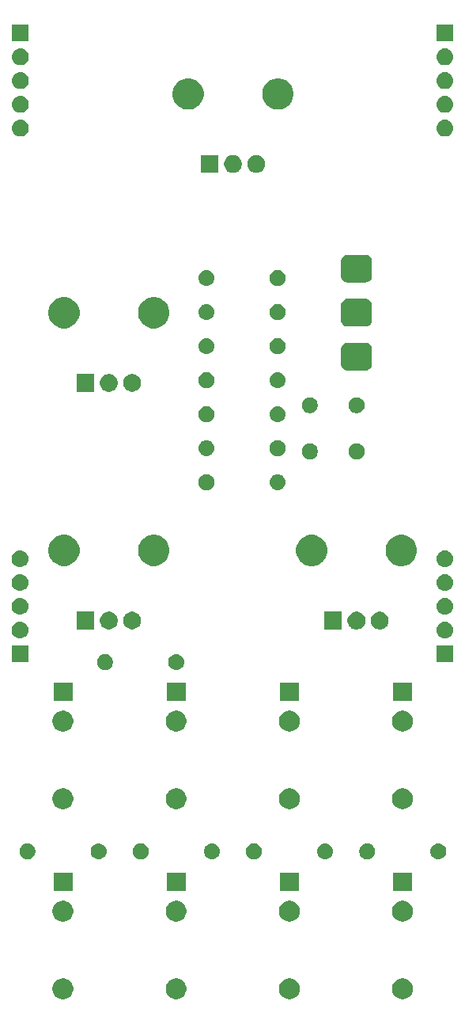
<source format=gbr>
G04 #@! TF.GenerationSoftware,KiCad,Pcbnew,(5.1.4-0-10_14)*
G04 #@! TF.CreationDate,2020-11-15T22:02:50-06:00*
G04 #@! TF.ProjectId,CEM3340_VCO,43454d33-3334-4305-9f56-434f2e6b6963,rev?*
G04 #@! TF.SameCoordinates,Original*
G04 #@! TF.FileFunction,Soldermask,Bot*
G04 #@! TF.FilePolarity,Negative*
%FSLAX46Y46*%
G04 Gerber Fmt 4.6, Leading zero omitted, Abs format (unit mm)*
G04 Created by KiCad (PCBNEW (5.1.4-0-10_14)) date 2020-11-15 22:02:50*
%MOMM*%
%LPD*%
G04 APERTURE LIST*
%ADD10C,0.100000*%
G04 APERTURE END LIST*
D10*
G36*
X133773655Y-129162591D02*
G01*
X133845525Y-129176887D01*
X134048624Y-129261013D01*
X134231409Y-129383146D01*
X134386854Y-129538591D01*
X134508987Y-129721376D01*
X134593113Y-129924475D01*
X134636000Y-130140084D01*
X134636000Y-130359916D01*
X134593113Y-130575525D01*
X134508987Y-130778624D01*
X134386854Y-130961409D01*
X134231409Y-131116854D01*
X134048624Y-131238987D01*
X133845525Y-131323113D01*
X133773655Y-131337409D01*
X133629918Y-131366000D01*
X133410082Y-131366000D01*
X133266345Y-131337409D01*
X133194475Y-131323113D01*
X132991376Y-131238987D01*
X132808591Y-131116854D01*
X132653146Y-130961409D01*
X132531013Y-130778624D01*
X132446887Y-130575525D01*
X132404000Y-130359916D01*
X132404000Y-130140084D01*
X132446887Y-129924475D01*
X132531013Y-129721376D01*
X132653146Y-129538591D01*
X132808591Y-129383146D01*
X132991376Y-129261013D01*
X133194475Y-129176887D01*
X133266345Y-129162591D01*
X133410082Y-129134000D01*
X133629918Y-129134000D01*
X133773655Y-129162591D01*
X133773655Y-129162591D01*
G37*
G36*
X121653655Y-129162591D02*
G01*
X121725525Y-129176887D01*
X121928624Y-129261013D01*
X122111409Y-129383146D01*
X122266854Y-129538591D01*
X122388987Y-129721376D01*
X122473113Y-129924475D01*
X122516000Y-130140084D01*
X122516000Y-130359916D01*
X122473113Y-130575525D01*
X122388987Y-130778624D01*
X122266854Y-130961409D01*
X122111409Y-131116854D01*
X121928624Y-131238987D01*
X121725525Y-131323113D01*
X121653655Y-131337409D01*
X121509918Y-131366000D01*
X121290082Y-131366000D01*
X121146345Y-131337409D01*
X121074475Y-131323113D01*
X120871376Y-131238987D01*
X120688591Y-131116854D01*
X120533146Y-130961409D01*
X120411013Y-130778624D01*
X120326887Y-130575525D01*
X120284000Y-130359916D01*
X120284000Y-130140084D01*
X120326887Y-129924475D01*
X120411013Y-129721376D01*
X120533146Y-129538591D01*
X120688591Y-129383146D01*
X120871376Y-129261013D01*
X121074475Y-129176887D01*
X121146345Y-129162591D01*
X121290082Y-129134000D01*
X121509918Y-129134000D01*
X121653655Y-129162591D01*
X121653655Y-129162591D01*
G37*
G36*
X109533655Y-129162591D02*
G01*
X109605525Y-129176887D01*
X109808624Y-129261013D01*
X109991409Y-129383146D01*
X110146854Y-129538591D01*
X110268987Y-129721376D01*
X110353113Y-129924475D01*
X110396000Y-130140084D01*
X110396000Y-130359916D01*
X110353113Y-130575525D01*
X110268987Y-130778624D01*
X110146854Y-130961409D01*
X109991409Y-131116854D01*
X109808624Y-131238987D01*
X109605525Y-131323113D01*
X109533655Y-131337409D01*
X109389918Y-131366000D01*
X109170082Y-131366000D01*
X109026345Y-131337409D01*
X108954475Y-131323113D01*
X108751376Y-131238987D01*
X108568591Y-131116854D01*
X108413146Y-130961409D01*
X108291013Y-130778624D01*
X108206887Y-130575525D01*
X108164000Y-130359916D01*
X108164000Y-130140084D01*
X108206887Y-129924475D01*
X108291013Y-129721376D01*
X108413146Y-129538591D01*
X108568591Y-129383146D01*
X108751376Y-129261013D01*
X108954475Y-129176887D01*
X109026345Y-129162591D01*
X109170082Y-129134000D01*
X109389918Y-129134000D01*
X109533655Y-129162591D01*
X109533655Y-129162591D01*
G37*
G36*
X97413655Y-129162591D02*
G01*
X97485525Y-129176887D01*
X97688624Y-129261013D01*
X97871409Y-129383146D01*
X98026854Y-129538591D01*
X98148987Y-129721376D01*
X98233113Y-129924475D01*
X98276000Y-130140084D01*
X98276000Y-130359916D01*
X98233113Y-130575525D01*
X98148987Y-130778624D01*
X98026854Y-130961409D01*
X97871409Y-131116854D01*
X97688624Y-131238987D01*
X97485525Y-131323113D01*
X97413655Y-131337409D01*
X97269918Y-131366000D01*
X97050082Y-131366000D01*
X96906345Y-131337409D01*
X96834475Y-131323113D01*
X96631376Y-131238987D01*
X96448591Y-131116854D01*
X96293146Y-130961409D01*
X96171013Y-130778624D01*
X96086887Y-130575525D01*
X96044000Y-130359916D01*
X96044000Y-130140084D01*
X96086887Y-129924475D01*
X96171013Y-129721376D01*
X96293146Y-129538591D01*
X96448591Y-129383146D01*
X96631376Y-129261013D01*
X96834475Y-129176887D01*
X96906345Y-129162591D01*
X97050082Y-129134000D01*
X97269918Y-129134000D01*
X97413655Y-129162591D01*
X97413655Y-129162591D01*
G37*
G36*
X133773655Y-120862591D02*
G01*
X133845525Y-120876887D01*
X134048624Y-120961013D01*
X134231409Y-121083146D01*
X134386854Y-121238591D01*
X134508987Y-121421376D01*
X134593113Y-121624475D01*
X134636000Y-121840084D01*
X134636000Y-122059916D01*
X134593113Y-122275525D01*
X134508987Y-122478624D01*
X134386854Y-122661409D01*
X134231409Y-122816854D01*
X134048624Y-122938987D01*
X133845525Y-123023113D01*
X133773655Y-123037409D01*
X133629918Y-123066000D01*
X133410082Y-123066000D01*
X133266345Y-123037409D01*
X133194475Y-123023113D01*
X132991376Y-122938987D01*
X132808591Y-122816854D01*
X132653146Y-122661409D01*
X132531013Y-122478624D01*
X132446887Y-122275525D01*
X132404000Y-122059916D01*
X132404000Y-121840084D01*
X132446887Y-121624475D01*
X132531013Y-121421376D01*
X132653146Y-121238591D01*
X132808591Y-121083146D01*
X132991376Y-120961013D01*
X133194475Y-120876887D01*
X133266345Y-120862591D01*
X133410082Y-120834000D01*
X133629918Y-120834000D01*
X133773655Y-120862591D01*
X133773655Y-120862591D01*
G37*
G36*
X121653655Y-120862591D02*
G01*
X121725525Y-120876887D01*
X121928624Y-120961013D01*
X122111409Y-121083146D01*
X122266854Y-121238591D01*
X122388987Y-121421376D01*
X122473113Y-121624475D01*
X122516000Y-121840084D01*
X122516000Y-122059916D01*
X122473113Y-122275525D01*
X122388987Y-122478624D01*
X122266854Y-122661409D01*
X122111409Y-122816854D01*
X121928624Y-122938987D01*
X121725525Y-123023113D01*
X121653655Y-123037409D01*
X121509918Y-123066000D01*
X121290082Y-123066000D01*
X121146345Y-123037409D01*
X121074475Y-123023113D01*
X120871376Y-122938987D01*
X120688591Y-122816854D01*
X120533146Y-122661409D01*
X120411013Y-122478624D01*
X120326887Y-122275525D01*
X120284000Y-122059916D01*
X120284000Y-121840084D01*
X120326887Y-121624475D01*
X120411013Y-121421376D01*
X120533146Y-121238591D01*
X120688591Y-121083146D01*
X120871376Y-120961013D01*
X121074475Y-120876887D01*
X121146345Y-120862591D01*
X121290082Y-120834000D01*
X121509918Y-120834000D01*
X121653655Y-120862591D01*
X121653655Y-120862591D01*
G37*
G36*
X109533655Y-120862591D02*
G01*
X109605525Y-120876887D01*
X109808624Y-120961013D01*
X109991409Y-121083146D01*
X110146854Y-121238591D01*
X110268987Y-121421376D01*
X110353113Y-121624475D01*
X110396000Y-121840084D01*
X110396000Y-122059916D01*
X110353113Y-122275525D01*
X110268987Y-122478624D01*
X110146854Y-122661409D01*
X109991409Y-122816854D01*
X109808624Y-122938987D01*
X109605525Y-123023113D01*
X109533655Y-123037409D01*
X109389918Y-123066000D01*
X109170082Y-123066000D01*
X109026345Y-123037409D01*
X108954475Y-123023113D01*
X108751376Y-122938987D01*
X108568591Y-122816854D01*
X108413146Y-122661409D01*
X108291013Y-122478624D01*
X108206887Y-122275525D01*
X108164000Y-122059916D01*
X108164000Y-121840084D01*
X108206887Y-121624475D01*
X108291013Y-121421376D01*
X108413146Y-121238591D01*
X108568591Y-121083146D01*
X108751376Y-120961013D01*
X108954475Y-120876887D01*
X109026345Y-120862591D01*
X109170082Y-120834000D01*
X109389918Y-120834000D01*
X109533655Y-120862591D01*
X109533655Y-120862591D01*
G37*
G36*
X97413655Y-120862591D02*
G01*
X97485525Y-120876887D01*
X97688624Y-120961013D01*
X97871409Y-121083146D01*
X98026854Y-121238591D01*
X98148987Y-121421376D01*
X98233113Y-121624475D01*
X98276000Y-121840084D01*
X98276000Y-122059916D01*
X98233113Y-122275525D01*
X98148987Y-122478624D01*
X98026854Y-122661409D01*
X97871409Y-122816854D01*
X97688624Y-122938987D01*
X97485525Y-123023113D01*
X97413655Y-123037409D01*
X97269918Y-123066000D01*
X97050082Y-123066000D01*
X96906345Y-123037409D01*
X96834475Y-123023113D01*
X96631376Y-122938987D01*
X96448591Y-122816854D01*
X96293146Y-122661409D01*
X96171013Y-122478624D01*
X96086887Y-122275525D01*
X96044000Y-122059916D01*
X96044000Y-121840084D01*
X96086887Y-121624475D01*
X96171013Y-121421376D01*
X96293146Y-121238591D01*
X96448591Y-121083146D01*
X96631376Y-120961013D01*
X96834475Y-120876887D01*
X96906345Y-120862591D01*
X97050082Y-120834000D01*
X97269918Y-120834000D01*
X97413655Y-120862591D01*
X97413655Y-120862591D01*
G37*
G36*
X134536000Y-119816000D02*
G01*
X132504000Y-119816000D01*
X132504000Y-117884000D01*
X134536000Y-117884000D01*
X134536000Y-119816000D01*
X134536000Y-119816000D01*
G37*
G36*
X122416000Y-119816000D02*
G01*
X120384000Y-119816000D01*
X120384000Y-117884000D01*
X122416000Y-117884000D01*
X122416000Y-119816000D01*
X122416000Y-119816000D01*
G37*
G36*
X110296000Y-119816000D02*
G01*
X108264000Y-119816000D01*
X108264000Y-117884000D01*
X110296000Y-117884000D01*
X110296000Y-119816000D01*
X110296000Y-119816000D01*
G37*
G36*
X98176000Y-119816000D02*
G01*
X96144000Y-119816000D01*
X96144000Y-117884000D01*
X98176000Y-117884000D01*
X98176000Y-119816000D01*
X98176000Y-119816000D01*
G37*
G36*
X117851560Y-114751703D02*
G01*
X118006432Y-114815853D01*
X118145813Y-114908985D01*
X118264347Y-115027519D01*
X118357479Y-115166900D01*
X118421629Y-115321772D01*
X118454332Y-115486184D01*
X118454332Y-115653816D01*
X118421629Y-115818228D01*
X118357479Y-115973100D01*
X118264347Y-116112481D01*
X118145813Y-116231015D01*
X118006432Y-116324147D01*
X117851560Y-116388297D01*
X117687148Y-116421000D01*
X117519516Y-116421000D01*
X117355104Y-116388297D01*
X117200232Y-116324147D01*
X117060851Y-116231015D01*
X116942317Y-116112481D01*
X116849185Y-115973100D01*
X116785035Y-115818228D01*
X116752332Y-115653816D01*
X116752332Y-115486184D01*
X116785035Y-115321772D01*
X116849185Y-115166900D01*
X116942317Y-115027519D01*
X117060851Y-114908985D01*
X117200232Y-114815853D01*
X117355104Y-114751703D01*
X117519516Y-114719000D01*
X117687148Y-114719000D01*
X117851560Y-114751703D01*
X117851560Y-114751703D01*
G37*
G36*
X137516823Y-114731313D02*
G01*
X137677242Y-114779976D01*
X137744361Y-114815852D01*
X137825078Y-114858996D01*
X137954659Y-114965341D01*
X138061004Y-115094922D01*
X138061005Y-115094924D01*
X138140024Y-115242758D01*
X138188687Y-115403177D01*
X138205117Y-115570000D01*
X138188687Y-115736823D01*
X138140024Y-115897242D01*
X138099477Y-115973100D01*
X138061004Y-116045078D01*
X137954659Y-116174659D01*
X137825078Y-116281004D01*
X137825076Y-116281005D01*
X137677242Y-116360024D01*
X137516823Y-116408687D01*
X137391804Y-116421000D01*
X137308196Y-116421000D01*
X137183177Y-116408687D01*
X137022758Y-116360024D01*
X136874924Y-116281005D01*
X136874922Y-116281004D01*
X136745341Y-116174659D01*
X136638996Y-116045078D01*
X136600523Y-115973100D01*
X136559976Y-115897242D01*
X136511313Y-115736823D01*
X136494883Y-115570000D01*
X136511313Y-115403177D01*
X136559976Y-115242758D01*
X136638995Y-115094924D01*
X136638996Y-115094922D01*
X136745341Y-114965341D01*
X136874922Y-114858996D01*
X136955639Y-114815852D01*
X137022758Y-114779976D01*
X137183177Y-114731313D01*
X137308196Y-114719000D01*
X137391804Y-114719000D01*
X137516823Y-114731313D01*
X137516823Y-114731313D01*
G37*
G36*
X129978228Y-114751703D02*
G01*
X130133100Y-114815853D01*
X130272481Y-114908985D01*
X130391015Y-115027519D01*
X130484147Y-115166900D01*
X130548297Y-115321772D01*
X130581000Y-115486184D01*
X130581000Y-115653816D01*
X130548297Y-115818228D01*
X130484147Y-115973100D01*
X130391015Y-116112481D01*
X130272481Y-116231015D01*
X130133100Y-116324147D01*
X129978228Y-116388297D01*
X129813816Y-116421000D01*
X129646184Y-116421000D01*
X129481772Y-116388297D01*
X129326900Y-116324147D01*
X129187519Y-116231015D01*
X129068985Y-116112481D01*
X128975853Y-115973100D01*
X128911703Y-115818228D01*
X128879000Y-115653816D01*
X128879000Y-115486184D01*
X128911703Y-115321772D01*
X128975853Y-115166900D01*
X129068985Y-115027519D01*
X129187519Y-114908985D01*
X129326900Y-114815853D01*
X129481772Y-114751703D01*
X129646184Y-114719000D01*
X129813816Y-114719000D01*
X129978228Y-114751703D01*
X129978228Y-114751703D01*
G37*
G36*
X125390155Y-114731313D02*
G01*
X125550574Y-114779976D01*
X125617693Y-114815852D01*
X125698410Y-114858996D01*
X125827991Y-114965341D01*
X125934336Y-115094922D01*
X125934337Y-115094924D01*
X126013356Y-115242758D01*
X126062019Y-115403177D01*
X126078449Y-115570000D01*
X126062019Y-115736823D01*
X126013356Y-115897242D01*
X125972809Y-115973100D01*
X125934336Y-116045078D01*
X125827991Y-116174659D01*
X125698410Y-116281004D01*
X125698408Y-116281005D01*
X125550574Y-116360024D01*
X125390155Y-116408687D01*
X125265136Y-116421000D01*
X125181528Y-116421000D01*
X125056509Y-116408687D01*
X124896090Y-116360024D01*
X124748256Y-116281005D01*
X124748254Y-116281004D01*
X124618673Y-116174659D01*
X124512328Y-116045078D01*
X124473855Y-115973100D01*
X124433308Y-115897242D01*
X124384645Y-115736823D01*
X124368215Y-115570000D01*
X124384645Y-115403177D01*
X124433308Y-115242758D01*
X124512327Y-115094924D01*
X124512328Y-115094922D01*
X124618673Y-114965341D01*
X124748254Y-114858996D01*
X124828971Y-114815852D01*
X124896090Y-114779976D01*
X125056509Y-114731313D01*
X125181528Y-114719000D01*
X125265136Y-114719000D01*
X125390155Y-114731313D01*
X125390155Y-114731313D01*
G37*
G36*
X113263489Y-114731313D02*
G01*
X113423908Y-114779976D01*
X113491027Y-114815852D01*
X113571744Y-114858996D01*
X113701325Y-114965341D01*
X113807670Y-115094922D01*
X113807671Y-115094924D01*
X113886690Y-115242758D01*
X113935353Y-115403177D01*
X113951783Y-115570000D01*
X113935353Y-115736823D01*
X113886690Y-115897242D01*
X113846143Y-115973100D01*
X113807670Y-116045078D01*
X113701325Y-116174659D01*
X113571744Y-116281004D01*
X113571742Y-116281005D01*
X113423908Y-116360024D01*
X113263489Y-116408687D01*
X113138470Y-116421000D01*
X113054862Y-116421000D01*
X112929843Y-116408687D01*
X112769424Y-116360024D01*
X112621590Y-116281005D01*
X112621588Y-116281004D01*
X112492007Y-116174659D01*
X112385662Y-116045078D01*
X112347189Y-115973100D01*
X112306642Y-115897242D01*
X112257979Y-115736823D01*
X112241549Y-115570000D01*
X112257979Y-115403177D01*
X112306642Y-115242758D01*
X112385661Y-115094924D01*
X112385662Y-115094922D01*
X112492007Y-114965341D01*
X112621588Y-114858996D01*
X112702305Y-114815852D01*
X112769424Y-114779976D01*
X112929843Y-114731313D01*
X113054862Y-114719000D01*
X113138470Y-114719000D01*
X113263489Y-114731313D01*
X113263489Y-114731313D01*
G37*
G36*
X105724894Y-114751703D02*
G01*
X105879766Y-114815853D01*
X106019147Y-114908985D01*
X106137681Y-115027519D01*
X106230813Y-115166900D01*
X106294963Y-115321772D01*
X106327666Y-115486184D01*
X106327666Y-115653816D01*
X106294963Y-115818228D01*
X106230813Y-115973100D01*
X106137681Y-116112481D01*
X106019147Y-116231015D01*
X105879766Y-116324147D01*
X105724894Y-116388297D01*
X105560482Y-116421000D01*
X105392850Y-116421000D01*
X105228438Y-116388297D01*
X105073566Y-116324147D01*
X104934185Y-116231015D01*
X104815651Y-116112481D01*
X104722519Y-115973100D01*
X104658369Y-115818228D01*
X104625666Y-115653816D01*
X104625666Y-115486184D01*
X104658369Y-115321772D01*
X104722519Y-115166900D01*
X104815651Y-115027519D01*
X104934185Y-114908985D01*
X105073566Y-114815853D01*
X105228438Y-114751703D01*
X105392850Y-114719000D01*
X105560482Y-114719000D01*
X105724894Y-114751703D01*
X105724894Y-114751703D01*
G37*
G36*
X101136823Y-114731313D02*
G01*
X101297242Y-114779976D01*
X101364361Y-114815852D01*
X101445078Y-114858996D01*
X101574659Y-114965341D01*
X101681004Y-115094922D01*
X101681005Y-115094924D01*
X101760024Y-115242758D01*
X101808687Y-115403177D01*
X101825117Y-115570000D01*
X101808687Y-115736823D01*
X101760024Y-115897242D01*
X101719477Y-115973100D01*
X101681004Y-116045078D01*
X101574659Y-116174659D01*
X101445078Y-116281004D01*
X101445076Y-116281005D01*
X101297242Y-116360024D01*
X101136823Y-116408687D01*
X101011804Y-116421000D01*
X100928196Y-116421000D01*
X100803177Y-116408687D01*
X100642758Y-116360024D01*
X100494924Y-116281005D01*
X100494922Y-116281004D01*
X100365341Y-116174659D01*
X100258996Y-116045078D01*
X100220523Y-115973100D01*
X100179976Y-115897242D01*
X100131313Y-115736823D01*
X100114883Y-115570000D01*
X100131313Y-115403177D01*
X100179976Y-115242758D01*
X100258995Y-115094924D01*
X100258996Y-115094922D01*
X100365341Y-114965341D01*
X100494922Y-114858996D01*
X100575639Y-114815852D01*
X100642758Y-114779976D01*
X100803177Y-114731313D01*
X100928196Y-114719000D01*
X101011804Y-114719000D01*
X101136823Y-114731313D01*
X101136823Y-114731313D01*
G37*
G36*
X93598228Y-114751703D02*
G01*
X93753100Y-114815853D01*
X93892481Y-114908985D01*
X94011015Y-115027519D01*
X94104147Y-115166900D01*
X94168297Y-115321772D01*
X94201000Y-115486184D01*
X94201000Y-115653816D01*
X94168297Y-115818228D01*
X94104147Y-115973100D01*
X94011015Y-116112481D01*
X93892481Y-116231015D01*
X93753100Y-116324147D01*
X93598228Y-116388297D01*
X93433816Y-116421000D01*
X93266184Y-116421000D01*
X93101772Y-116388297D01*
X92946900Y-116324147D01*
X92807519Y-116231015D01*
X92688985Y-116112481D01*
X92595853Y-115973100D01*
X92531703Y-115818228D01*
X92499000Y-115653816D01*
X92499000Y-115486184D01*
X92531703Y-115321772D01*
X92595853Y-115166900D01*
X92688985Y-115027519D01*
X92807519Y-114908985D01*
X92946900Y-114815853D01*
X93101772Y-114751703D01*
X93266184Y-114719000D01*
X93433816Y-114719000D01*
X93598228Y-114751703D01*
X93598228Y-114751703D01*
G37*
G36*
X133773655Y-108842591D02*
G01*
X133845525Y-108856887D01*
X134048624Y-108941013D01*
X134231409Y-109063146D01*
X134386854Y-109218591D01*
X134508987Y-109401376D01*
X134593113Y-109604475D01*
X134636000Y-109820084D01*
X134636000Y-110039916D01*
X134593113Y-110255525D01*
X134508987Y-110458624D01*
X134386854Y-110641409D01*
X134231409Y-110796854D01*
X134048624Y-110918987D01*
X133845525Y-111003113D01*
X133773655Y-111017409D01*
X133629918Y-111046000D01*
X133410082Y-111046000D01*
X133266345Y-111017409D01*
X133194475Y-111003113D01*
X132991376Y-110918987D01*
X132808591Y-110796854D01*
X132653146Y-110641409D01*
X132531013Y-110458624D01*
X132446887Y-110255525D01*
X132404000Y-110039916D01*
X132404000Y-109820084D01*
X132446887Y-109604475D01*
X132531013Y-109401376D01*
X132653146Y-109218591D01*
X132808591Y-109063146D01*
X132991376Y-108941013D01*
X133194475Y-108856887D01*
X133266345Y-108842591D01*
X133410082Y-108814000D01*
X133629918Y-108814000D01*
X133773655Y-108842591D01*
X133773655Y-108842591D01*
G37*
G36*
X121653655Y-108842591D02*
G01*
X121725525Y-108856887D01*
X121928624Y-108941013D01*
X122111409Y-109063146D01*
X122266854Y-109218591D01*
X122388987Y-109401376D01*
X122473113Y-109604475D01*
X122516000Y-109820084D01*
X122516000Y-110039916D01*
X122473113Y-110255525D01*
X122388987Y-110458624D01*
X122266854Y-110641409D01*
X122111409Y-110796854D01*
X121928624Y-110918987D01*
X121725525Y-111003113D01*
X121653655Y-111017409D01*
X121509918Y-111046000D01*
X121290082Y-111046000D01*
X121146345Y-111017409D01*
X121074475Y-111003113D01*
X120871376Y-110918987D01*
X120688591Y-110796854D01*
X120533146Y-110641409D01*
X120411013Y-110458624D01*
X120326887Y-110255525D01*
X120284000Y-110039916D01*
X120284000Y-109820084D01*
X120326887Y-109604475D01*
X120411013Y-109401376D01*
X120533146Y-109218591D01*
X120688591Y-109063146D01*
X120871376Y-108941013D01*
X121074475Y-108856887D01*
X121146345Y-108842591D01*
X121290082Y-108814000D01*
X121509918Y-108814000D01*
X121653655Y-108842591D01*
X121653655Y-108842591D01*
G37*
G36*
X109533655Y-108842591D02*
G01*
X109605525Y-108856887D01*
X109808624Y-108941013D01*
X109991409Y-109063146D01*
X110146854Y-109218591D01*
X110268987Y-109401376D01*
X110353113Y-109604475D01*
X110396000Y-109820084D01*
X110396000Y-110039916D01*
X110353113Y-110255525D01*
X110268987Y-110458624D01*
X110146854Y-110641409D01*
X109991409Y-110796854D01*
X109808624Y-110918987D01*
X109605525Y-111003113D01*
X109533655Y-111017409D01*
X109389918Y-111046000D01*
X109170082Y-111046000D01*
X109026345Y-111017409D01*
X108954475Y-111003113D01*
X108751376Y-110918987D01*
X108568591Y-110796854D01*
X108413146Y-110641409D01*
X108291013Y-110458624D01*
X108206887Y-110255525D01*
X108164000Y-110039916D01*
X108164000Y-109820084D01*
X108206887Y-109604475D01*
X108291013Y-109401376D01*
X108413146Y-109218591D01*
X108568591Y-109063146D01*
X108751376Y-108941013D01*
X108954475Y-108856887D01*
X109026345Y-108842591D01*
X109170082Y-108814000D01*
X109389918Y-108814000D01*
X109533655Y-108842591D01*
X109533655Y-108842591D01*
G37*
G36*
X97413655Y-108842591D02*
G01*
X97485525Y-108856887D01*
X97688624Y-108941013D01*
X97871409Y-109063146D01*
X98026854Y-109218591D01*
X98148987Y-109401376D01*
X98233113Y-109604475D01*
X98276000Y-109820084D01*
X98276000Y-110039916D01*
X98233113Y-110255525D01*
X98148987Y-110458624D01*
X98026854Y-110641409D01*
X97871409Y-110796854D01*
X97688624Y-110918987D01*
X97485525Y-111003113D01*
X97413655Y-111017409D01*
X97269918Y-111046000D01*
X97050082Y-111046000D01*
X96906345Y-111017409D01*
X96834475Y-111003113D01*
X96631376Y-110918987D01*
X96448591Y-110796854D01*
X96293146Y-110641409D01*
X96171013Y-110458624D01*
X96086887Y-110255525D01*
X96044000Y-110039916D01*
X96044000Y-109820084D01*
X96086887Y-109604475D01*
X96171013Y-109401376D01*
X96293146Y-109218591D01*
X96448591Y-109063146D01*
X96631376Y-108941013D01*
X96834475Y-108856887D01*
X96906345Y-108842591D01*
X97050082Y-108814000D01*
X97269918Y-108814000D01*
X97413655Y-108842591D01*
X97413655Y-108842591D01*
G37*
G36*
X121653655Y-100542591D02*
G01*
X121725525Y-100556887D01*
X121928624Y-100641013D01*
X122111409Y-100763146D01*
X122266854Y-100918591D01*
X122388987Y-101101376D01*
X122473113Y-101304475D01*
X122516000Y-101520084D01*
X122516000Y-101739916D01*
X122473113Y-101955525D01*
X122388987Y-102158624D01*
X122266854Y-102341409D01*
X122111409Y-102496854D01*
X121928624Y-102618987D01*
X121725525Y-102703113D01*
X121653655Y-102717409D01*
X121509918Y-102746000D01*
X121290082Y-102746000D01*
X121146345Y-102717409D01*
X121074475Y-102703113D01*
X120871376Y-102618987D01*
X120688591Y-102496854D01*
X120533146Y-102341409D01*
X120411013Y-102158624D01*
X120326887Y-101955525D01*
X120284000Y-101739916D01*
X120284000Y-101520084D01*
X120326887Y-101304475D01*
X120411013Y-101101376D01*
X120533146Y-100918591D01*
X120688591Y-100763146D01*
X120871376Y-100641013D01*
X121074475Y-100556887D01*
X121146345Y-100542591D01*
X121290082Y-100514000D01*
X121509918Y-100514000D01*
X121653655Y-100542591D01*
X121653655Y-100542591D01*
G37*
G36*
X109533655Y-100542591D02*
G01*
X109605525Y-100556887D01*
X109808624Y-100641013D01*
X109991409Y-100763146D01*
X110146854Y-100918591D01*
X110268987Y-101101376D01*
X110353113Y-101304475D01*
X110396000Y-101520084D01*
X110396000Y-101739916D01*
X110353113Y-101955525D01*
X110268987Y-102158624D01*
X110146854Y-102341409D01*
X109991409Y-102496854D01*
X109808624Y-102618987D01*
X109605525Y-102703113D01*
X109533655Y-102717409D01*
X109389918Y-102746000D01*
X109170082Y-102746000D01*
X109026345Y-102717409D01*
X108954475Y-102703113D01*
X108751376Y-102618987D01*
X108568591Y-102496854D01*
X108413146Y-102341409D01*
X108291013Y-102158624D01*
X108206887Y-101955525D01*
X108164000Y-101739916D01*
X108164000Y-101520084D01*
X108206887Y-101304475D01*
X108291013Y-101101376D01*
X108413146Y-100918591D01*
X108568591Y-100763146D01*
X108751376Y-100641013D01*
X108954475Y-100556887D01*
X109026345Y-100542591D01*
X109170082Y-100514000D01*
X109389918Y-100514000D01*
X109533655Y-100542591D01*
X109533655Y-100542591D01*
G37*
G36*
X97413655Y-100542591D02*
G01*
X97485525Y-100556887D01*
X97688624Y-100641013D01*
X97871409Y-100763146D01*
X98026854Y-100918591D01*
X98148987Y-101101376D01*
X98233113Y-101304475D01*
X98276000Y-101520084D01*
X98276000Y-101739916D01*
X98233113Y-101955525D01*
X98148987Y-102158624D01*
X98026854Y-102341409D01*
X97871409Y-102496854D01*
X97688624Y-102618987D01*
X97485525Y-102703113D01*
X97413655Y-102717409D01*
X97269918Y-102746000D01*
X97050082Y-102746000D01*
X96906345Y-102717409D01*
X96834475Y-102703113D01*
X96631376Y-102618987D01*
X96448591Y-102496854D01*
X96293146Y-102341409D01*
X96171013Y-102158624D01*
X96086887Y-101955525D01*
X96044000Y-101739916D01*
X96044000Y-101520084D01*
X96086887Y-101304475D01*
X96171013Y-101101376D01*
X96293146Y-100918591D01*
X96448591Y-100763146D01*
X96631376Y-100641013D01*
X96834475Y-100556887D01*
X96906345Y-100542591D01*
X97050082Y-100514000D01*
X97269918Y-100514000D01*
X97413655Y-100542591D01*
X97413655Y-100542591D01*
G37*
G36*
X133773655Y-100542591D02*
G01*
X133845525Y-100556887D01*
X134048624Y-100641013D01*
X134231409Y-100763146D01*
X134386854Y-100918591D01*
X134508987Y-101101376D01*
X134593113Y-101304475D01*
X134636000Y-101520084D01*
X134636000Y-101739916D01*
X134593113Y-101955525D01*
X134508987Y-102158624D01*
X134386854Y-102341409D01*
X134231409Y-102496854D01*
X134048624Y-102618987D01*
X133845525Y-102703113D01*
X133773655Y-102717409D01*
X133629918Y-102746000D01*
X133410082Y-102746000D01*
X133266345Y-102717409D01*
X133194475Y-102703113D01*
X132991376Y-102618987D01*
X132808591Y-102496854D01*
X132653146Y-102341409D01*
X132531013Y-102158624D01*
X132446887Y-101955525D01*
X132404000Y-101739916D01*
X132404000Y-101520084D01*
X132446887Y-101304475D01*
X132531013Y-101101376D01*
X132653146Y-100918591D01*
X132808591Y-100763146D01*
X132991376Y-100641013D01*
X133194475Y-100556887D01*
X133266345Y-100542591D01*
X133410082Y-100514000D01*
X133629918Y-100514000D01*
X133773655Y-100542591D01*
X133773655Y-100542591D01*
G37*
G36*
X134536000Y-99496000D02*
G01*
X132504000Y-99496000D01*
X132504000Y-97564000D01*
X134536000Y-97564000D01*
X134536000Y-99496000D01*
X134536000Y-99496000D01*
G37*
G36*
X122416000Y-99496000D02*
G01*
X120384000Y-99496000D01*
X120384000Y-97564000D01*
X122416000Y-97564000D01*
X122416000Y-99496000D01*
X122416000Y-99496000D01*
G37*
G36*
X110296000Y-99496000D02*
G01*
X108264000Y-99496000D01*
X108264000Y-97564000D01*
X110296000Y-97564000D01*
X110296000Y-99496000D01*
X110296000Y-99496000D01*
G37*
G36*
X98176000Y-99496000D02*
G01*
X96144000Y-99496000D01*
X96144000Y-97564000D01*
X98176000Y-97564000D01*
X98176000Y-99496000D01*
X98176000Y-99496000D01*
G37*
G36*
X109446823Y-94491313D02*
G01*
X109607242Y-94539976D01*
X109674361Y-94575852D01*
X109755078Y-94618996D01*
X109884659Y-94725341D01*
X109991004Y-94854922D01*
X109991005Y-94854924D01*
X110070024Y-95002758D01*
X110118687Y-95163177D01*
X110135117Y-95330000D01*
X110118687Y-95496823D01*
X110070024Y-95657242D01*
X110029477Y-95733100D01*
X109991004Y-95805078D01*
X109884659Y-95934659D01*
X109755078Y-96041004D01*
X109755076Y-96041005D01*
X109607242Y-96120024D01*
X109446823Y-96168687D01*
X109321804Y-96181000D01*
X109238196Y-96181000D01*
X109113177Y-96168687D01*
X108952758Y-96120024D01*
X108804924Y-96041005D01*
X108804922Y-96041004D01*
X108675341Y-95934659D01*
X108568996Y-95805078D01*
X108530523Y-95733100D01*
X108489976Y-95657242D01*
X108441313Y-95496823D01*
X108424883Y-95330000D01*
X108441313Y-95163177D01*
X108489976Y-95002758D01*
X108568995Y-94854924D01*
X108568996Y-94854922D01*
X108675341Y-94725341D01*
X108804922Y-94618996D01*
X108885639Y-94575852D01*
X108952758Y-94539976D01*
X109113177Y-94491313D01*
X109238196Y-94479000D01*
X109321804Y-94479000D01*
X109446823Y-94491313D01*
X109446823Y-94491313D01*
G37*
G36*
X101908228Y-94511703D02*
G01*
X102063100Y-94575853D01*
X102202481Y-94668985D01*
X102321015Y-94787519D01*
X102414147Y-94926900D01*
X102478297Y-95081772D01*
X102511000Y-95246184D01*
X102511000Y-95413816D01*
X102478297Y-95578228D01*
X102414147Y-95733100D01*
X102321015Y-95872481D01*
X102202481Y-95991015D01*
X102063100Y-96084147D01*
X101908228Y-96148297D01*
X101743816Y-96181000D01*
X101576184Y-96181000D01*
X101411772Y-96148297D01*
X101256900Y-96084147D01*
X101117519Y-95991015D01*
X100998985Y-95872481D01*
X100905853Y-95733100D01*
X100841703Y-95578228D01*
X100809000Y-95413816D01*
X100809000Y-95246184D01*
X100841703Y-95081772D01*
X100905853Y-94926900D01*
X100998985Y-94787519D01*
X101117519Y-94668985D01*
X101256900Y-94575853D01*
X101411772Y-94511703D01*
X101576184Y-94479000D01*
X101743816Y-94479000D01*
X101908228Y-94511703D01*
X101908228Y-94511703D01*
G37*
G36*
X138941000Y-95341000D02*
G01*
X137139000Y-95341000D01*
X137139000Y-93539000D01*
X138941000Y-93539000D01*
X138941000Y-95341000D01*
X138941000Y-95341000D01*
G37*
G36*
X93461000Y-95341000D02*
G01*
X91659000Y-95341000D01*
X91659000Y-93539000D01*
X93461000Y-93539000D01*
X93461000Y-95341000D01*
X93461000Y-95341000D01*
G37*
G36*
X138150443Y-91005519D02*
G01*
X138216627Y-91012037D01*
X138386466Y-91063557D01*
X138542991Y-91147222D01*
X138567573Y-91167396D01*
X138680186Y-91259814D01*
X138746374Y-91340466D01*
X138792778Y-91397009D01*
X138876443Y-91553534D01*
X138927963Y-91723373D01*
X138945359Y-91900000D01*
X138927963Y-92076627D01*
X138876443Y-92246466D01*
X138792778Y-92402991D01*
X138763448Y-92438729D01*
X138680186Y-92540186D01*
X138578729Y-92623448D01*
X138542991Y-92652778D01*
X138386466Y-92736443D01*
X138216627Y-92787963D01*
X138150443Y-92794481D01*
X138084260Y-92801000D01*
X137995740Y-92801000D01*
X137929558Y-92794482D01*
X137863373Y-92787963D01*
X137693534Y-92736443D01*
X137537009Y-92652778D01*
X137501271Y-92623448D01*
X137399814Y-92540186D01*
X137316552Y-92438729D01*
X137287222Y-92402991D01*
X137203557Y-92246466D01*
X137152037Y-92076627D01*
X137134641Y-91900000D01*
X137152037Y-91723373D01*
X137203557Y-91553534D01*
X137287222Y-91397009D01*
X137333626Y-91340466D01*
X137399814Y-91259814D01*
X137512427Y-91167396D01*
X137537009Y-91147222D01*
X137693534Y-91063557D01*
X137863373Y-91012037D01*
X137929557Y-91005519D01*
X137995740Y-90999000D01*
X138084260Y-90999000D01*
X138150443Y-91005519D01*
X138150443Y-91005519D01*
G37*
G36*
X92670443Y-91005519D02*
G01*
X92736627Y-91012037D01*
X92906466Y-91063557D01*
X93062991Y-91147222D01*
X93087573Y-91167396D01*
X93200186Y-91259814D01*
X93266374Y-91340466D01*
X93312778Y-91397009D01*
X93396443Y-91553534D01*
X93447963Y-91723373D01*
X93465359Y-91900000D01*
X93447963Y-92076627D01*
X93396443Y-92246466D01*
X93312778Y-92402991D01*
X93283448Y-92438729D01*
X93200186Y-92540186D01*
X93098729Y-92623448D01*
X93062991Y-92652778D01*
X92906466Y-92736443D01*
X92736627Y-92787963D01*
X92670442Y-92794482D01*
X92604260Y-92801000D01*
X92515740Y-92801000D01*
X92449558Y-92794482D01*
X92383373Y-92787963D01*
X92213534Y-92736443D01*
X92057009Y-92652778D01*
X92021271Y-92623448D01*
X91919814Y-92540186D01*
X91836552Y-92438729D01*
X91807222Y-92402991D01*
X91723557Y-92246466D01*
X91672037Y-92076627D01*
X91654641Y-91900000D01*
X91672037Y-91723373D01*
X91723557Y-91553534D01*
X91807222Y-91397009D01*
X91853626Y-91340466D01*
X91919814Y-91259814D01*
X92032427Y-91167396D01*
X92057009Y-91147222D01*
X92213534Y-91063557D01*
X92383373Y-91012037D01*
X92449557Y-91005519D01*
X92515740Y-90999000D01*
X92604260Y-90999000D01*
X92670443Y-91005519D01*
X92670443Y-91005519D01*
G37*
G36*
X127031000Y-91851000D02*
G01*
X125129000Y-91851000D01*
X125129000Y-89949000D01*
X127031000Y-89949000D01*
X127031000Y-91851000D01*
X127031000Y-91851000D01*
G37*
G36*
X128857395Y-89985546D02*
G01*
X129030466Y-90057234D01*
X129030467Y-90057235D01*
X129186227Y-90161310D01*
X129318690Y-90293773D01*
X129318691Y-90293775D01*
X129422766Y-90449534D01*
X129494454Y-90622605D01*
X129531000Y-90806333D01*
X129531000Y-90993667D01*
X129494454Y-91177395D01*
X129422766Y-91350466D01*
X129371081Y-91427818D01*
X129318690Y-91506227D01*
X129186227Y-91638690D01*
X129107818Y-91691081D01*
X129030466Y-91742766D01*
X128857395Y-91814454D01*
X128673667Y-91851000D01*
X128486333Y-91851000D01*
X128302605Y-91814454D01*
X128129534Y-91742766D01*
X128052182Y-91691081D01*
X127973773Y-91638690D01*
X127841310Y-91506227D01*
X127788919Y-91427818D01*
X127737234Y-91350466D01*
X127665546Y-91177395D01*
X127629000Y-90993667D01*
X127629000Y-90806333D01*
X127665546Y-90622605D01*
X127737234Y-90449534D01*
X127841309Y-90293775D01*
X127841310Y-90293773D01*
X127973773Y-90161310D01*
X128129533Y-90057235D01*
X128129534Y-90057234D01*
X128302605Y-89985546D01*
X128486333Y-89949000D01*
X128673667Y-89949000D01*
X128857395Y-89985546D01*
X128857395Y-89985546D01*
G37*
G36*
X131357395Y-89985546D02*
G01*
X131530466Y-90057234D01*
X131530467Y-90057235D01*
X131686227Y-90161310D01*
X131818690Y-90293773D01*
X131818691Y-90293775D01*
X131922766Y-90449534D01*
X131994454Y-90622605D01*
X132031000Y-90806333D01*
X132031000Y-90993667D01*
X131994454Y-91177395D01*
X131922766Y-91350466D01*
X131871081Y-91427818D01*
X131818690Y-91506227D01*
X131686227Y-91638690D01*
X131607818Y-91691081D01*
X131530466Y-91742766D01*
X131357395Y-91814454D01*
X131173667Y-91851000D01*
X130986333Y-91851000D01*
X130802605Y-91814454D01*
X130629534Y-91742766D01*
X130552182Y-91691081D01*
X130473773Y-91638690D01*
X130341310Y-91506227D01*
X130288919Y-91427818D01*
X130237234Y-91350466D01*
X130165546Y-91177395D01*
X130129000Y-90993667D01*
X130129000Y-90806333D01*
X130165546Y-90622605D01*
X130237234Y-90449534D01*
X130341309Y-90293775D01*
X130341310Y-90293773D01*
X130473773Y-90161310D01*
X130629533Y-90057235D01*
X130629534Y-90057234D01*
X130802605Y-89985546D01*
X130986333Y-89949000D01*
X131173667Y-89949000D01*
X131357395Y-89985546D01*
X131357395Y-89985546D01*
G37*
G36*
X102347395Y-89975546D02*
G01*
X102520466Y-90047234D01*
X102597818Y-90098919D01*
X102676227Y-90151310D01*
X102808690Y-90283773D01*
X102815373Y-90293775D01*
X102912766Y-90439534D01*
X102984454Y-90612605D01*
X103021000Y-90796333D01*
X103021000Y-90983667D01*
X102984454Y-91167395D01*
X102912766Y-91340466D01*
X102874985Y-91397009D01*
X102808690Y-91496227D01*
X102676227Y-91628690D01*
X102661259Y-91638691D01*
X102520466Y-91732766D01*
X102347395Y-91804454D01*
X102163667Y-91841000D01*
X101976333Y-91841000D01*
X101792605Y-91804454D01*
X101619534Y-91732766D01*
X101478741Y-91638691D01*
X101463773Y-91628690D01*
X101331310Y-91496227D01*
X101265015Y-91397009D01*
X101227234Y-91340466D01*
X101155546Y-91167395D01*
X101119000Y-90983667D01*
X101119000Y-90796333D01*
X101155546Y-90612605D01*
X101227234Y-90439534D01*
X101324627Y-90293775D01*
X101331310Y-90283773D01*
X101463773Y-90151310D01*
X101542182Y-90098919D01*
X101619534Y-90047234D01*
X101792605Y-89975546D01*
X101976333Y-89939000D01*
X102163667Y-89939000D01*
X102347395Y-89975546D01*
X102347395Y-89975546D01*
G37*
G36*
X104847395Y-89975546D02*
G01*
X105020466Y-90047234D01*
X105097818Y-90098919D01*
X105176227Y-90151310D01*
X105308690Y-90283773D01*
X105315373Y-90293775D01*
X105412766Y-90439534D01*
X105484454Y-90612605D01*
X105521000Y-90796333D01*
X105521000Y-90983667D01*
X105484454Y-91167395D01*
X105412766Y-91340466D01*
X105374985Y-91397009D01*
X105308690Y-91496227D01*
X105176227Y-91628690D01*
X105161259Y-91638691D01*
X105020466Y-91732766D01*
X104847395Y-91804454D01*
X104663667Y-91841000D01*
X104476333Y-91841000D01*
X104292605Y-91804454D01*
X104119534Y-91732766D01*
X103978741Y-91638691D01*
X103963773Y-91628690D01*
X103831310Y-91496227D01*
X103765015Y-91397009D01*
X103727234Y-91340466D01*
X103655546Y-91167395D01*
X103619000Y-90983667D01*
X103619000Y-90796333D01*
X103655546Y-90612605D01*
X103727234Y-90439534D01*
X103824627Y-90293775D01*
X103831310Y-90283773D01*
X103963773Y-90151310D01*
X104042182Y-90098919D01*
X104119534Y-90047234D01*
X104292605Y-89975546D01*
X104476333Y-89939000D01*
X104663667Y-89939000D01*
X104847395Y-89975546D01*
X104847395Y-89975546D01*
G37*
G36*
X100521000Y-91841000D02*
G01*
X98619000Y-91841000D01*
X98619000Y-89939000D01*
X100521000Y-89939000D01*
X100521000Y-91841000D01*
X100521000Y-91841000D01*
G37*
G36*
X138150442Y-88465518D02*
G01*
X138216627Y-88472037D01*
X138386466Y-88523557D01*
X138542991Y-88607222D01*
X138578729Y-88636552D01*
X138680186Y-88719814D01*
X138763448Y-88821271D01*
X138792778Y-88857009D01*
X138876443Y-89013534D01*
X138927963Y-89183373D01*
X138945359Y-89360000D01*
X138927963Y-89536627D01*
X138876443Y-89706466D01*
X138792778Y-89862991D01*
X138763448Y-89898729D01*
X138680186Y-90000186D01*
X138578729Y-90083448D01*
X138542991Y-90112778D01*
X138386466Y-90196443D01*
X138216627Y-90247963D01*
X138150442Y-90254482D01*
X138084260Y-90261000D01*
X137995740Y-90261000D01*
X137929558Y-90254482D01*
X137863373Y-90247963D01*
X137693534Y-90196443D01*
X137537009Y-90112778D01*
X137501271Y-90083448D01*
X137399814Y-90000186D01*
X137316552Y-89898729D01*
X137287222Y-89862991D01*
X137203557Y-89706466D01*
X137152037Y-89536627D01*
X137134641Y-89360000D01*
X137152037Y-89183373D01*
X137203557Y-89013534D01*
X137287222Y-88857009D01*
X137316552Y-88821271D01*
X137399814Y-88719814D01*
X137501271Y-88636552D01*
X137537009Y-88607222D01*
X137693534Y-88523557D01*
X137863373Y-88472037D01*
X137929558Y-88465518D01*
X137995740Y-88459000D01*
X138084260Y-88459000D01*
X138150442Y-88465518D01*
X138150442Y-88465518D01*
G37*
G36*
X92670442Y-88465518D02*
G01*
X92736627Y-88472037D01*
X92906466Y-88523557D01*
X93062991Y-88607222D01*
X93098729Y-88636552D01*
X93200186Y-88719814D01*
X93283448Y-88821271D01*
X93312778Y-88857009D01*
X93396443Y-89013534D01*
X93447963Y-89183373D01*
X93465359Y-89360000D01*
X93447963Y-89536627D01*
X93396443Y-89706466D01*
X93312778Y-89862991D01*
X93283448Y-89898729D01*
X93200186Y-90000186D01*
X93098729Y-90083448D01*
X93062991Y-90112778D01*
X92906466Y-90196443D01*
X92736627Y-90247963D01*
X92670442Y-90254482D01*
X92604260Y-90261000D01*
X92515740Y-90261000D01*
X92449558Y-90254482D01*
X92383373Y-90247963D01*
X92213534Y-90196443D01*
X92057009Y-90112778D01*
X92021271Y-90083448D01*
X91919814Y-90000186D01*
X91836552Y-89898729D01*
X91807222Y-89862991D01*
X91723557Y-89706466D01*
X91672037Y-89536627D01*
X91654641Y-89360000D01*
X91672037Y-89183373D01*
X91723557Y-89013534D01*
X91807222Y-88857009D01*
X91836552Y-88821271D01*
X91919814Y-88719814D01*
X92021271Y-88636552D01*
X92057009Y-88607222D01*
X92213534Y-88523557D01*
X92383373Y-88472037D01*
X92449558Y-88465518D01*
X92515740Y-88459000D01*
X92604260Y-88459000D01*
X92670442Y-88465518D01*
X92670442Y-88465518D01*
G37*
G36*
X138150442Y-85925518D02*
G01*
X138216627Y-85932037D01*
X138386466Y-85983557D01*
X138542991Y-86067222D01*
X138578729Y-86096552D01*
X138680186Y-86179814D01*
X138763448Y-86281271D01*
X138792778Y-86317009D01*
X138876443Y-86473534D01*
X138927963Y-86643373D01*
X138945359Y-86820000D01*
X138927963Y-86996627D01*
X138876443Y-87166466D01*
X138792778Y-87322991D01*
X138763448Y-87358729D01*
X138680186Y-87460186D01*
X138578729Y-87543448D01*
X138542991Y-87572778D01*
X138386466Y-87656443D01*
X138216627Y-87707963D01*
X138150442Y-87714482D01*
X138084260Y-87721000D01*
X137995740Y-87721000D01*
X137929558Y-87714482D01*
X137863373Y-87707963D01*
X137693534Y-87656443D01*
X137537009Y-87572778D01*
X137501271Y-87543448D01*
X137399814Y-87460186D01*
X137316552Y-87358729D01*
X137287222Y-87322991D01*
X137203557Y-87166466D01*
X137152037Y-86996627D01*
X137134641Y-86820000D01*
X137152037Y-86643373D01*
X137203557Y-86473534D01*
X137287222Y-86317009D01*
X137316552Y-86281271D01*
X137399814Y-86179814D01*
X137501271Y-86096552D01*
X137537009Y-86067222D01*
X137693534Y-85983557D01*
X137863373Y-85932037D01*
X137929558Y-85925518D01*
X137995740Y-85919000D01*
X138084260Y-85919000D01*
X138150442Y-85925518D01*
X138150442Y-85925518D01*
G37*
G36*
X92670442Y-85925518D02*
G01*
X92736627Y-85932037D01*
X92906466Y-85983557D01*
X93062991Y-86067222D01*
X93098729Y-86096552D01*
X93200186Y-86179814D01*
X93283448Y-86281271D01*
X93312778Y-86317009D01*
X93396443Y-86473534D01*
X93447963Y-86643373D01*
X93465359Y-86820000D01*
X93447963Y-86996627D01*
X93396443Y-87166466D01*
X93312778Y-87322991D01*
X93283448Y-87358729D01*
X93200186Y-87460186D01*
X93098729Y-87543448D01*
X93062991Y-87572778D01*
X92906466Y-87656443D01*
X92736627Y-87707963D01*
X92670442Y-87714482D01*
X92604260Y-87721000D01*
X92515740Y-87721000D01*
X92449558Y-87714482D01*
X92383373Y-87707963D01*
X92213534Y-87656443D01*
X92057009Y-87572778D01*
X92021271Y-87543448D01*
X91919814Y-87460186D01*
X91836552Y-87358729D01*
X91807222Y-87322991D01*
X91723557Y-87166466D01*
X91672037Y-86996627D01*
X91654641Y-86820000D01*
X91672037Y-86643373D01*
X91723557Y-86473534D01*
X91807222Y-86317009D01*
X91836552Y-86281271D01*
X91919814Y-86179814D01*
X92021271Y-86096552D01*
X92057009Y-86067222D01*
X92213534Y-85983557D01*
X92383373Y-85932037D01*
X92449558Y-85925518D01*
X92515740Y-85919000D01*
X92604260Y-85919000D01*
X92670442Y-85925518D01*
X92670442Y-85925518D01*
G37*
G36*
X92670442Y-83385518D02*
G01*
X92736627Y-83392037D01*
X92906466Y-83443557D01*
X93062991Y-83527222D01*
X93096325Y-83554579D01*
X93200186Y-83639814D01*
X93283448Y-83741271D01*
X93312778Y-83777009D01*
X93396443Y-83933534D01*
X93447963Y-84103373D01*
X93465359Y-84280000D01*
X93447963Y-84456627D01*
X93396443Y-84626466D01*
X93312778Y-84782991D01*
X93283448Y-84818729D01*
X93200186Y-84920186D01*
X93106850Y-84996784D01*
X93062991Y-85032778D01*
X92906466Y-85116443D01*
X92736627Y-85167963D01*
X92670443Y-85174481D01*
X92604260Y-85181000D01*
X92515740Y-85181000D01*
X92449557Y-85174481D01*
X92383373Y-85167963D01*
X92213534Y-85116443D01*
X92057009Y-85032778D01*
X92013150Y-84996784D01*
X91919814Y-84920186D01*
X91836552Y-84818729D01*
X91807222Y-84782991D01*
X91723557Y-84626466D01*
X91672037Y-84456627D01*
X91654641Y-84280000D01*
X91672037Y-84103373D01*
X91723557Y-83933534D01*
X91807222Y-83777009D01*
X91836552Y-83741271D01*
X91919814Y-83639814D01*
X92023675Y-83554579D01*
X92057009Y-83527222D01*
X92213534Y-83443557D01*
X92383373Y-83392037D01*
X92449558Y-83385518D01*
X92515740Y-83379000D01*
X92604260Y-83379000D01*
X92670442Y-83385518D01*
X92670442Y-83385518D01*
G37*
G36*
X138150442Y-83385518D02*
G01*
X138216627Y-83392037D01*
X138386466Y-83443557D01*
X138542991Y-83527222D01*
X138576325Y-83554579D01*
X138680186Y-83639814D01*
X138763448Y-83741271D01*
X138792778Y-83777009D01*
X138876443Y-83933534D01*
X138927963Y-84103373D01*
X138945359Y-84280000D01*
X138927963Y-84456627D01*
X138876443Y-84626466D01*
X138792778Y-84782991D01*
X138763448Y-84818729D01*
X138680186Y-84920186D01*
X138586850Y-84996784D01*
X138542991Y-85032778D01*
X138386466Y-85116443D01*
X138216627Y-85167963D01*
X138150443Y-85174481D01*
X138084260Y-85181000D01*
X137995740Y-85181000D01*
X137929557Y-85174481D01*
X137863373Y-85167963D01*
X137693534Y-85116443D01*
X137537009Y-85032778D01*
X137493150Y-84996784D01*
X137399814Y-84920186D01*
X137316552Y-84818729D01*
X137287222Y-84782991D01*
X137203557Y-84626466D01*
X137152037Y-84456627D01*
X137134641Y-84280000D01*
X137152037Y-84103373D01*
X137203557Y-83933534D01*
X137287222Y-83777009D01*
X137316552Y-83741271D01*
X137399814Y-83639814D01*
X137503675Y-83554579D01*
X137537009Y-83527222D01*
X137693534Y-83443557D01*
X137863373Y-83392037D01*
X137929558Y-83385518D01*
X137995740Y-83379000D01*
X138084260Y-83379000D01*
X138150442Y-83385518D01*
X138150442Y-83385518D01*
G37*
G36*
X133867412Y-81793215D02*
G01*
X134171514Y-81919178D01*
X134445199Y-82102049D01*
X134677951Y-82334801D01*
X134860822Y-82608486D01*
X134986785Y-82912588D01*
X135051000Y-83235420D01*
X135051000Y-83564580D01*
X134986785Y-83887412D01*
X134860822Y-84191514D01*
X134677951Y-84465199D01*
X134445199Y-84697951D01*
X134171514Y-84880822D01*
X133867412Y-85006785D01*
X133544580Y-85071000D01*
X133215420Y-85071000D01*
X132892588Y-85006785D01*
X132588486Y-84880822D01*
X132314801Y-84697951D01*
X132082049Y-84465199D01*
X131899178Y-84191514D01*
X131773215Y-83887412D01*
X131709000Y-83564580D01*
X131709000Y-83235420D01*
X131773215Y-82912588D01*
X131899178Y-82608486D01*
X132082049Y-82334801D01*
X132314801Y-82102049D01*
X132588486Y-81919178D01*
X132892588Y-81793215D01*
X133215420Y-81729000D01*
X133544580Y-81729000D01*
X133867412Y-81793215D01*
X133867412Y-81793215D01*
G37*
G36*
X124267412Y-81793215D02*
G01*
X124571514Y-81919178D01*
X124845199Y-82102049D01*
X125077951Y-82334801D01*
X125260822Y-82608486D01*
X125386785Y-82912588D01*
X125451000Y-83235420D01*
X125451000Y-83564580D01*
X125386785Y-83887412D01*
X125260822Y-84191514D01*
X125077951Y-84465199D01*
X124845199Y-84697951D01*
X124571514Y-84880822D01*
X124267412Y-85006785D01*
X123944580Y-85071000D01*
X123615420Y-85071000D01*
X123292588Y-85006785D01*
X122988486Y-84880822D01*
X122714801Y-84697951D01*
X122482049Y-84465199D01*
X122299178Y-84191514D01*
X122173215Y-83887412D01*
X122109000Y-83564580D01*
X122109000Y-83235420D01*
X122173215Y-82912588D01*
X122299178Y-82608486D01*
X122482049Y-82334801D01*
X122714801Y-82102049D01*
X122988486Y-81919178D01*
X123292588Y-81793215D01*
X123615420Y-81729000D01*
X123944580Y-81729000D01*
X124267412Y-81793215D01*
X124267412Y-81793215D01*
G37*
G36*
X97757412Y-81783215D02*
G01*
X98061514Y-81909178D01*
X98335199Y-82092049D01*
X98567951Y-82324801D01*
X98750822Y-82598486D01*
X98876785Y-82902588D01*
X98941000Y-83225420D01*
X98941000Y-83554580D01*
X98876785Y-83877412D01*
X98750822Y-84181514D01*
X98567951Y-84455199D01*
X98335199Y-84687951D01*
X98061514Y-84870822D01*
X97757412Y-84996785D01*
X97434580Y-85061000D01*
X97105420Y-85061000D01*
X96782588Y-84996785D01*
X96478486Y-84870822D01*
X96204801Y-84687951D01*
X95972049Y-84455199D01*
X95789178Y-84181514D01*
X95663215Y-83877412D01*
X95599000Y-83554580D01*
X95599000Y-83225420D01*
X95663215Y-82902588D01*
X95789178Y-82598486D01*
X95972049Y-82324801D01*
X96204801Y-82092049D01*
X96478486Y-81909178D01*
X96782588Y-81783215D01*
X97105420Y-81719000D01*
X97434580Y-81719000D01*
X97757412Y-81783215D01*
X97757412Y-81783215D01*
G37*
G36*
X107357412Y-81783215D02*
G01*
X107661514Y-81909178D01*
X107935199Y-82092049D01*
X108167951Y-82324801D01*
X108350822Y-82598486D01*
X108476785Y-82902588D01*
X108541000Y-83225420D01*
X108541000Y-83554580D01*
X108476785Y-83877412D01*
X108350822Y-84181514D01*
X108167951Y-84455199D01*
X107935199Y-84687951D01*
X107661514Y-84870822D01*
X107357412Y-84996785D01*
X107034580Y-85061000D01*
X106705420Y-85061000D01*
X106382588Y-84996785D01*
X106078486Y-84870822D01*
X105804801Y-84687951D01*
X105572049Y-84455199D01*
X105389178Y-84181514D01*
X105263215Y-83877412D01*
X105199000Y-83554580D01*
X105199000Y-83225420D01*
X105263215Y-82902588D01*
X105389178Y-82598486D01*
X105572049Y-82324801D01*
X105804801Y-82092049D01*
X106078486Y-81909178D01*
X106382588Y-81783215D01*
X106705420Y-81719000D01*
X107034580Y-81719000D01*
X107357412Y-81783215D01*
X107357412Y-81783215D01*
G37*
G36*
X120296823Y-75261313D02*
G01*
X120457242Y-75309976D01*
X120524361Y-75345852D01*
X120605078Y-75388996D01*
X120734659Y-75495341D01*
X120841004Y-75624922D01*
X120841005Y-75624924D01*
X120920024Y-75772758D01*
X120968687Y-75933177D01*
X120985117Y-76100000D01*
X120968687Y-76266823D01*
X120920024Y-76427242D01*
X120879477Y-76503100D01*
X120841004Y-76575078D01*
X120734659Y-76704659D01*
X120605078Y-76811004D01*
X120605076Y-76811005D01*
X120457242Y-76890024D01*
X120296823Y-76938687D01*
X120171804Y-76951000D01*
X120088196Y-76951000D01*
X119963177Y-76938687D01*
X119802758Y-76890024D01*
X119654924Y-76811005D01*
X119654922Y-76811004D01*
X119525341Y-76704659D01*
X119418996Y-76575078D01*
X119380523Y-76503100D01*
X119339976Y-76427242D01*
X119291313Y-76266823D01*
X119274883Y-76100000D01*
X119291313Y-75933177D01*
X119339976Y-75772758D01*
X119418995Y-75624924D01*
X119418996Y-75624922D01*
X119525341Y-75495341D01*
X119654922Y-75388996D01*
X119735639Y-75345852D01*
X119802758Y-75309976D01*
X119963177Y-75261313D01*
X120088196Y-75249000D01*
X120171804Y-75249000D01*
X120296823Y-75261313D01*
X120296823Y-75261313D01*
G37*
G36*
X112758228Y-75281703D02*
G01*
X112913100Y-75345853D01*
X113052481Y-75438985D01*
X113171015Y-75557519D01*
X113264147Y-75696900D01*
X113328297Y-75851772D01*
X113361000Y-76016184D01*
X113361000Y-76183816D01*
X113328297Y-76348228D01*
X113264147Y-76503100D01*
X113171015Y-76642481D01*
X113052481Y-76761015D01*
X112913100Y-76854147D01*
X112758228Y-76918297D01*
X112593816Y-76951000D01*
X112426184Y-76951000D01*
X112261772Y-76918297D01*
X112106900Y-76854147D01*
X111967519Y-76761015D01*
X111848985Y-76642481D01*
X111755853Y-76503100D01*
X111691703Y-76348228D01*
X111659000Y-76183816D01*
X111659000Y-76016184D01*
X111691703Y-75851772D01*
X111755853Y-75696900D01*
X111848985Y-75557519D01*
X111967519Y-75438985D01*
X112106900Y-75345853D01*
X112261772Y-75281703D01*
X112426184Y-75249000D01*
X112593816Y-75249000D01*
X112758228Y-75281703D01*
X112758228Y-75281703D01*
G37*
G36*
X128838228Y-71981703D02*
G01*
X128993100Y-72045853D01*
X129132481Y-72138985D01*
X129251015Y-72257519D01*
X129344147Y-72396900D01*
X129408297Y-72551772D01*
X129441000Y-72716184D01*
X129441000Y-72883816D01*
X129408297Y-73048228D01*
X129344147Y-73203100D01*
X129251015Y-73342481D01*
X129132481Y-73461015D01*
X128993100Y-73554147D01*
X128838228Y-73618297D01*
X128673816Y-73651000D01*
X128506184Y-73651000D01*
X128341772Y-73618297D01*
X128186900Y-73554147D01*
X128047519Y-73461015D01*
X127928985Y-73342481D01*
X127835853Y-73203100D01*
X127771703Y-73048228D01*
X127739000Y-72883816D01*
X127739000Y-72716184D01*
X127771703Y-72551772D01*
X127835853Y-72396900D01*
X127928985Y-72257519D01*
X128047519Y-72138985D01*
X128186900Y-72045853D01*
X128341772Y-71981703D01*
X128506184Y-71949000D01*
X128673816Y-71949000D01*
X128838228Y-71981703D01*
X128838228Y-71981703D01*
G37*
G36*
X123838228Y-71981703D02*
G01*
X123993100Y-72045853D01*
X124132481Y-72138985D01*
X124251015Y-72257519D01*
X124344147Y-72396900D01*
X124408297Y-72551772D01*
X124441000Y-72716184D01*
X124441000Y-72883816D01*
X124408297Y-73048228D01*
X124344147Y-73203100D01*
X124251015Y-73342481D01*
X124132481Y-73461015D01*
X123993100Y-73554147D01*
X123838228Y-73618297D01*
X123673816Y-73651000D01*
X123506184Y-73651000D01*
X123341772Y-73618297D01*
X123186900Y-73554147D01*
X123047519Y-73461015D01*
X122928985Y-73342481D01*
X122835853Y-73203100D01*
X122771703Y-73048228D01*
X122739000Y-72883816D01*
X122739000Y-72716184D01*
X122771703Y-72551772D01*
X122835853Y-72396900D01*
X122928985Y-72257519D01*
X123047519Y-72138985D01*
X123186900Y-72045853D01*
X123341772Y-71981703D01*
X123506184Y-71949000D01*
X123673816Y-71949000D01*
X123838228Y-71981703D01*
X123838228Y-71981703D01*
G37*
G36*
X112676823Y-71622978D02*
G01*
X112837242Y-71671641D01*
X112904361Y-71707517D01*
X112985078Y-71750661D01*
X113114659Y-71857006D01*
X113221004Y-71986587D01*
X113221005Y-71986589D01*
X113300024Y-72134423D01*
X113348687Y-72294842D01*
X113365117Y-72461665D01*
X113348687Y-72628488D01*
X113300024Y-72788907D01*
X113249294Y-72883816D01*
X113221004Y-72936743D01*
X113114659Y-73066324D01*
X112985078Y-73172669D01*
X112985076Y-73172670D01*
X112837242Y-73251689D01*
X112676823Y-73300352D01*
X112551804Y-73312665D01*
X112468196Y-73312665D01*
X112343177Y-73300352D01*
X112182758Y-73251689D01*
X112034924Y-73172670D01*
X112034922Y-73172669D01*
X111905341Y-73066324D01*
X111798996Y-72936743D01*
X111770706Y-72883816D01*
X111719976Y-72788907D01*
X111671313Y-72628488D01*
X111654883Y-72461665D01*
X111671313Y-72294842D01*
X111719976Y-72134423D01*
X111798995Y-71986589D01*
X111798996Y-71986587D01*
X111905341Y-71857006D01*
X112034922Y-71750661D01*
X112115639Y-71707517D01*
X112182758Y-71671641D01*
X112343177Y-71622978D01*
X112468196Y-71610665D01*
X112551804Y-71610665D01*
X112676823Y-71622978D01*
X112676823Y-71622978D01*
G37*
G36*
X120378228Y-71643368D02*
G01*
X120533100Y-71707518D01*
X120672481Y-71800650D01*
X120791015Y-71919184D01*
X120884147Y-72058565D01*
X120948297Y-72213437D01*
X120981000Y-72377849D01*
X120981000Y-72545481D01*
X120948297Y-72709893D01*
X120884147Y-72864765D01*
X120791015Y-73004146D01*
X120672481Y-73122680D01*
X120533100Y-73215812D01*
X120378228Y-73279962D01*
X120213816Y-73312665D01*
X120046184Y-73312665D01*
X119881772Y-73279962D01*
X119726900Y-73215812D01*
X119587519Y-73122680D01*
X119468985Y-73004146D01*
X119375853Y-72864765D01*
X119311703Y-72709893D01*
X119279000Y-72545481D01*
X119279000Y-72377849D01*
X119311703Y-72213437D01*
X119375853Y-72058565D01*
X119468985Y-71919184D01*
X119587519Y-71800650D01*
X119726900Y-71707518D01*
X119881772Y-71643368D01*
X120046184Y-71610665D01*
X120213816Y-71610665D01*
X120378228Y-71643368D01*
X120378228Y-71643368D01*
G37*
G36*
X120296823Y-67984645D02*
G01*
X120457242Y-68033308D01*
X120524361Y-68069184D01*
X120605078Y-68112328D01*
X120734659Y-68218673D01*
X120841004Y-68348254D01*
X120841005Y-68348256D01*
X120920024Y-68496090D01*
X120968687Y-68656509D01*
X120985117Y-68823332D01*
X120968687Y-68990155D01*
X120920024Y-69150574D01*
X120879477Y-69226432D01*
X120841004Y-69298410D01*
X120734659Y-69427991D01*
X120605078Y-69534336D01*
X120605076Y-69534337D01*
X120457242Y-69613356D01*
X120296823Y-69662019D01*
X120171804Y-69674332D01*
X120088196Y-69674332D01*
X119963177Y-69662019D01*
X119802758Y-69613356D01*
X119654924Y-69534337D01*
X119654922Y-69534336D01*
X119525341Y-69427991D01*
X119418996Y-69298410D01*
X119380523Y-69226432D01*
X119339976Y-69150574D01*
X119291313Y-68990155D01*
X119274883Y-68823332D01*
X119291313Y-68656509D01*
X119339976Y-68496090D01*
X119418995Y-68348256D01*
X119418996Y-68348254D01*
X119525341Y-68218673D01*
X119654922Y-68112328D01*
X119735639Y-68069184D01*
X119802758Y-68033308D01*
X119963177Y-67984645D01*
X120088196Y-67972332D01*
X120171804Y-67972332D01*
X120296823Y-67984645D01*
X120296823Y-67984645D01*
G37*
G36*
X112758228Y-68005035D02*
G01*
X112913100Y-68069185D01*
X113052481Y-68162317D01*
X113171015Y-68280851D01*
X113264147Y-68420232D01*
X113328297Y-68575104D01*
X113361000Y-68739516D01*
X113361000Y-68907148D01*
X113328297Y-69071560D01*
X113264147Y-69226432D01*
X113171015Y-69365813D01*
X113052481Y-69484347D01*
X112913100Y-69577479D01*
X112758228Y-69641629D01*
X112593816Y-69674332D01*
X112426184Y-69674332D01*
X112261772Y-69641629D01*
X112106900Y-69577479D01*
X111967519Y-69484347D01*
X111848985Y-69365813D01*
X111755853Y-69226432D01*
X111691703Y-69071560D01*
X111659000Y-68907148D01*
X111659000Y-68739516D01*
X111691703Y-68575104D01*
X111755853Y-68420232D01*
X111848985Y-68280851D01*
X111967519Y-68162317D01*
X112106900Y-68069185D01*
X112261772Y-68005035D01*
X112426184Y-67972332D01*
X112593816Y-67972332D01*
X112758228Y-68005035D01*
X112758228Y-68005035D01*
G37*
G36*
X128838228Y-67051703D02*
G01*
X128993100Y-67115853D01*
X129132481Y-67208985D01*
X129251015Y-67327519D01*
X129344147Y-67466900D01*
X129408297Y-67621772D01*
X129441000Y-67786184D01*
X129441000Y-67953816D01*
X129408297Y-68118228D01*
X129344147Y-68273100D01*
X129251015Y-68412481D01*
X129132481Y-68531015D01*
X128993100Y-68624147D01*
X128838228Y-68688297D01*
X128673816Y-68721000D01*
X128506184Y-68721000D01*
X128341772Y-68688297D01*
X128186900Y-68624147D01*
X128047519Y-68531015D01*
X127928985Y-68412481D01*
X127835853Y-68273100D01*
X127771703Y-68118228D01*
X127739000Y-67953816D01*
X127739000Y-67786184D01*
X127771703Y-67621772D01*
X127835853Y-67466900D01*
X127928985Y-67327519D01*
X128047519Y-67208985D01*
X128186900Y-67115853D01*
X128341772Y-67051703D01*
X128506184Y-67019000D01*
X128673816Y-67019000D01*
X128838228Y-67051703D01*
X128838228Y-67051703D01*
G37*
G36*
X123838228Y-67051703D02*
G01*
X123993100Y-67115853D01*
X124132481Y-67208985D01*
X124251015Y-67327519D01*
X124344147Y-67466900D01*
X124408297Y-67621772D01*
X124441000Y-67786184D01*
X124441000Y-67953816D01*
X124408297Y-68118228D01*
X124344147Y-68273100D01*
X124251015Y-68412481D01*
X124132481Y-68531015D01*
X123993100Y-68624147D01*
X123838228Y-68688297D01*
X123673816Y-68721000D01*
X123506184Y-68721000D01*
X123341772Y-68688297D01*
X123186900Y-68624147D01*
X123047519Y-68531015D01*
X122928985Y-68412481D01*
X122835853Y-68273100D01*
X122771703Y-68118228D01*
X122739000Y-67953816D01*
X122739000Y-67786184D01*
X122771703Y-67621772D01*
X122835853Y-67466900D01*
X122928985Y-67327519D01*
X123047519Y-67208985D01*
X123186900Y-67115853D01*
X123341772Y-67051703D01*
X123506184Y-67019000D01*
X123673816Y-67019000D01*
X123838228Y-67051703D01*
X123838228Y-67051703D01*
G37*
G36*
X100521000Y-66431000D02*
G01*
X98619000Y-66431000D01*
X98619000Y-64529000D01*
X100521000Y-64529000D01*
X100521000Y-66431000D01*
X100521000Y-66431000D01*
G37*
G36*
X102347395Y-64565546D02*
G01*
X102520466Y-64637234D01*
X102597818Y-64688919D01*
X102676227Y-64741310D01*
X102808690Y-64873773D01*
X102808691Y-64873775D01*
X102912766Y-65029534D01*
X102984454Y-65202605D01*
X103021000Y-65386333D01*
X103021000Y-65573667D01*
X102984454Y-65757395D01*
X102912766Y-65930466D01*
X102882994Y-65975023D01*
X102808690Y-66086227D01*
X102676227Y-66218690D01*
X102597818Y-66271081D01*
X102520466Y-66322766D01*
X102347395Y-66394454D01*
X102163667Y-66431000D01*
X101976333Y-66431000D01*
X101792605Y-66394454D01*
X101619534Y-66322766D01*
X101542182Y-66271081D01*
X101463773Y-66218690D01*
X101331310Y-66086227D01*
X101257006Y-65975023D01*
X101227234Y-65930466D01*
X101155546Y-65757395D01*
X101119000Y-65573667D01*
X101119000Y-65386333D01*
X101155546Y-65202605D01*
X101227234Y-65029534D01*
X101331309Y-64873775D01*
X101331310Y-64873773D01*
X101463773Y-64741310D01*
X101542182Y-64688919D01*
X101619534Y-64637234D01*
X101792605Y-64565546D01*
X101976333Y-64529000D01*
X102163667Y-64529000D01*
X102347395Y-64565546D01*
X102347395Y-64565546D01*
G37*
G36*
X104847395Y-64565546D02*
G01*
X105020466Y-64637234D01*
X105097818Y-64688919D01*
X105176227Y-64741310D01*
X105308690Y-64873773D01*
X105308691Y-64873775D01*
X105412766Y-65029534D01*
X105484454Y-65202605D01*
X105521000Y-65386333D01*
X105521000Y-65573667D01*
X105484454Y-65757395D01*
X105412766Y-65930466D01*
X105382994Y-65975023D01*
X105308690Y-66086227D01*
X105176227Y-66218690D01*
X105097818Y-66271081D01*
X105020466Y-66322766D01*
X104847395Y-66394454D01*
X104663667Y-66431000D01*
X104476333Y-66431000D01*
X104292605Y-66394454D01*
X104119534Y-66322766D01*
X104042182Y-66271081D01*
X103963773Y-66218690D01*
X103831310Y-66086227D01*
X103757006Y-65975023D01*
X103727234Y-65930466D01*
X103655546Y-65757395D01*
X103619000Y-65573667D01*
X103619000Y-65386333D01*
X103655546Y-65202605D01*
X103727234Y-65029534D01*
X103831309Y-64873775D01*
X103831310Y-64873773D01*
X103963773Y-64741310D01*
X104042182Y-64688919D01*
X104119534Y-64637234D01*
X104292605Y-64565546D01*
X104476333Y-64529000D01*
X104663667Y-64529000D01*
X104847395Y-64565546D01*
X104847395Y-64565546D01*
G37*
G36*
X120296823Y-64346312D02*
G01*
X120457242Y-64394975D01*
X120524361Y-64430851D01*
X120605078Y-64473995D01*
X120734659Y-64580340D01*
X120841004Y-64709921D01*
X120841005Y-64709923D01*
X120920024Y-64857757D01*
X120968687Y-65018176D01*
X120985117Y-65184999D01*
X120968687Y-65351822D01*
X120920024Y-65512241D01*
X120879477Y-65588099D01*
X120841004Y-65660077D01*
X120734659Y-65789658D01*
X120605078Y-65896003D01*
X120605076Y-65896004D01*
X120457242Y-65975023D01*
X120296823Y-66023686D01*
X120171804Y-66035999D01*
X120088196Y-66035999D01*
X119963177Y-66023686D01*
X119802758Y-65975023D01*
X119654924Y-65896004D01*
X119654922Y-65896003D01*
X119525341Y-65789658D01*
X119418996Y-65660077D01*
X119380523Y-65588099D01*
X119339976Y-65512241D01*
X119291313Y-65351822D01*
X119274883Y-65184999D01*
X119291313Y-65018176D01*
X119339976Y-64857757D01*
X119418995Y-64709923D01*
X119418996Y-64709921D01*
X119525341Y-64580340D01*
X119654922Y-64473995D01*
X119735639Y-64430851D01*
X119802758Y-64394975D01*
X119963177Y-64346312D01*
X120088196Y-64333999D01*
X120171804Y-64333999D01*
X120296823Y-64346312D01*
X120296823Y-64346312D01*
G37*
G36*
X112758228Y-64366702D02*
G01*
X112913100Y-64430852D01*
X113052481Y-64523984D01*
X113171015Y-64642518D01*
X113264147Y-64781899D01*
X113328297Y-64936771D01*
X113361000Y-65101183D01*
X113361000Y-65268815D01*
X113328297Y-65433227D01*
X113264147Y-65588099D01*
X113171015Y-65727480D01*
X113052481Y-65846014D01*
X112913100Y-65939146D01*
X112758228Y-66003296D01*
X112593816Y-66035999D01*
X112426184Y-66035999D01*
X112261772Y-66003296D01*
X112106900Y-65939146D01*
X111967519Y-65846014D01*
X111848985Y-65727480D01*
X111755853Y-65588099D01*
X111691703Y-65433227D01*
X111659000Y-65268815D01*
X111659000Y-65101183D01*
X111691703Y-64936771D01*
X111755853Y-64781899D01*
X111848985Y-64642518D01*
X111967519Y-64523984D01*
X112106900Y-64430852D01*
X112261772Y-64366702D01*
X112426184Y-64333999D01*
X112593816Y-64333999D01*
X112758228Y-64366702D01*
X112758228Y-64366702D01*
G37*
G36*
X129697164Y-61207572D02*
G01*
X129823774Y-61245979D01*
X129940450Y-61308344D01*
X130042723Y-61392277D01*
X130126656Y-61494550D01*
X130189021Y-61611226D01*
X130227428Y-61737836D01*
X130241000Y-61875640D01*
X130241000Y-63464360D01*
X130227428Y-63602164D01*
X130189021Y-63728774D01*
X130126656Y-63845450D01*
X130042723Y-63947723D01*
X129940450Y-64031656D01*
X129823774Y-64094021D01*
X129697164Y-64132428D01*
X129559360Y-64146000D01*
X127620640Y-64146000D01*
X127482836Y-64132428D01*
X127356226Y-64094021D01*
X127239550Y-64031656D01*
X127137277Y-63947723D01*
X127053344Y-63845450D01*
X126990979Y-63728774D01*
X126952572Y-63602164D01*
X126939000Y-63464360D01*
X126939000Y-61875640D01*
X126952572Y-61737836D01*
X126990979Y-61611226D01*
X127053344Y-61494550D01*
X127137277Y-61392277D01*
X127239550Y-61308344D01*
X127356226Y-61245979D01*
X127482836Y-61207572D01*
X127620640Y-61194000D01*
X129559360Y-61194000D01*
X129697164Y-61207572D01*
X129697164Y-61207572D01*
G37*
G36*
X112676823Y-60707979D02*
G01*
X112837242Y-60756642D01*
X112904361Y-60792518D01*
X112985078Y-60835662D01*
X113114659Y-60942007D01*
X113221004Y-61071588D01*
X113221005Y-61071590D01*
X113300024Y-61219424D01*
X113348687Y-61379843D01*
X113365117Y-61546666D01*
X113348687Y-61713489D01*
X113300024Y-61873908D01*
X113259477Y-61949766D01*
X113221004Y-62021744D01*
X113114659Y-62151325D01*
X112985078Y-62257670D01*
X112985076Y-62257671D01*
X112837242Y-62336690D01*
X112676823Y-62385353D01*
X112551804Y-62397666D01*
X112468196Y-62397666D01*
X112343177Y-62385353D01*
X112182758Y-62336690D01*
X112034924Y-62257671D01*
X112034922Y-62257670D01*
X111905341Y-62151325D01*
X111798996Y-62021744D01*
X111760523Y-61949766D01*
X111719976Y-61873908D01*
X111671313Y-61713489D01*
X111654883Y-61546666D01*
X111671313Y-61379843D01*
X111719976Y-61219424D01*
X111798995Y-61071590D01*
X111798996Y-61071588D01*
X111905341Y-60942007D01*
X112034922Y-60835662D01*
X112115639Y-60792518D01*
X112182758Y-60756642D01*
X112343177Y-60707979D01*
X112468196Y-60695666D01*
X112551804Y-60695666D01*
X112676823Y-60707979D01*
X112676823Y-60707979D01*
G37*
G36*
X120378228Y-60728369D02*
G01*
X120533100Y-60792519D01*
X120672481Y-60885651D01*
X120791015Y-61004185D01*
X120884147Y-61143566D01*
X120948297Y-61298438D01*
X120981000Y-61462850D01*
X120981000Y-61630482D01*
X120948297Y-61794894D01*
X120884147Y-61949766D01*
X120791015Y-62089147D01*
X120672481Y-62207681D01*
X120533100Y-62300813D01*
X120378228Y-62364963D01*
X120213816Y-62397666D01*
X120046184Y-62397666D01*
X119881772Y-62364963D01*
X119726900Y-62300813D01*
X119587519Y-62207681D01*
X119468985Y-62089147D01*
X119375853Y-61949766D01*
X119311703Y-61794894D01*
X119279000Y-61630482D01*
X119279000Y-61462850D01*
X119311703Y-61298438D01*
X119375853Y-61143566D01*
X119468985Y-61004185D01*
X119587519Y-60885651D01*
X119726900Y-60792519D01*
X119881772Y-60728369D01*
X120046184Y-60695666D01*
X120213816Y-60695666D01*
X120378228Y-60728369D01*
X120378228Y-60728369D01*
G37*
G36*
X97757412Y-56373215D02*
G01*
X98061514Y-56499178D01*
X98335199Y-56682049D01*
X98567951Y-56914801D01*
X98750822Y-57188486D01*
X98876785Y-57492588D01*
X98941000Y-57815420D01*
X98941000Y-58144580D01*
X98876785Y-58467412D01*
X98750822Y-58771514D01*
X98567951Y-59045199D01*
X98335199Y-59277951D01*
X98061514Y-59460822D01*
X97757412Y-59586785D01*
X97434580Y-59651000D01*
X97105420Y-59651000D01*
X96782588Y-59586785D01*
X96478486Y-59460822D01*
X96204801Y-59277951D01*
X95972049Y-59045199D01*
X95789178Y-58771514D01*
X95663215Y-58467412D01*
X95599000Y-58144580D01*
X95599000Y-57815420D01*
X95663215Y-57492588D01*
X95789178Y-57188486D01*
X95972049Y-56914801D01*
X96204801Y-56682049D01*
X96478486Y-56499178D01*
X96782588Y-56373215D01*
X97105420Y-56309000D01*
X97434580Y-56309000D01*
X97757412Y-56373215D01*
X97757412Y-56373215D01*
G37*
G36*
X107357412Y-56373215D02*
G01*
X107661514Y-56499178D01*
X107935199Y-56682049D01*
X108167951Y-56914801D01*
X108350822Y-57188486D01*
X108476785Y-57492588D01*
X108541000Y-57815420D01*
X108541000Y-58144580D01*
X108476785Y-58467412D01*
X108350822Y-58771514D01*
X108167951Y-59045199D01*
X107935199Y-59277951D01*
X107661514Y-59460822D01*
X107357412Y-59586785D01*
X107034580Y-59651000D01*
X106705420Y-59651000D01*
X106382588Y-59586785D01*
X106078486Y-59460822D01*
X105804801Y-59277951D01*
X105572049Y-59045199D01*
X105389178Y-58771514D01*
X105263215Y-58467412D01*
X105199000Y-58144580D01*
X105199000Y-57815420D01*
X105263215Y-57492588D01*
X105389178Y-57188486D01*
X105572049Y-56914801D01*
X105804801Y-56682049D01*
X106078486Y-56499178D01*
X106382588Y-56373215D01*
X106705420Y-56309000D01*
X107034580Y-56309000D01*
X107357412Y-56373215D01*
X107357412Y-56373215D01*
G37*
G36*
X129697164Y-56507572D02*
G01*
X129823774Y-56545979D01*
X129940450Y-56608344D01*
X130042723Y-56692277D01*
X130126656Y-56794550D01*
X130189021Y-56911226D01*
X130227428Y-57037836D01*
X130241000Y-57175640D01*
X130241000Y-58764360D01*
X130227428Y-58902164D01*
X130189021Y-59028774D01*
X130126656Y-59145450D01*
X130042723Y-59247723D01*
X129940450Y-59331656D01*
X129823774Y-59394021D01*
X129697164Y-59432428D01*
X129559360Y-59446000D01*
X127620640Y-59446000D01*
X127482836Y-59432428D01*
X127356226Y-59394021D01*
X127239550Y-59331656D01*
X127137277Y-59247723D01*
X127053344Y-59145450D01*
X126990979Y-59028774D01*
X126952572Y-58902164D01*
X126939000Y-58764360D01*
X126939000Y-57175640D01*
X126952572Y-57037836D01*
X126990979Y-56911226D01*
X127053344Y-56794550D01*
X127137277Y-56692277D01*
X127239550Y-56608344D01*
X127356226Y-56545979D01*
X127482836Y-56507572D01*
X127620640Y-56494000D01*
X129559360Y-56494000D01*
X129697164Y-56507572D01*
X129697164Y-56507572D01*
G37*
G36*
X120378228Y-57090036D02*
G01*
X120533100Y-57154186D01*
X120672481Y-57247318D01*
X120791015Y-57365852D01*
X120884147Y-57505233D01*
X120948297Y-57660105D01*
X120981000Y-57824517D01*
X120981000Y-57992149D01*
X120948297Y-58156561D01*
X120884147Y-58311433D01*
X120791015Y-58450814D01*
X120672481Y-58569348D01*
X120533100Y-58662480D01*
X120378228Y-58726630D01*
X120213816Y-58759333D01*
X120046184Y-58759333D01*
X119881772Y-58726630D01*
X119726900Y-58662480D01*
X119587519Y-58569348D01*
X119468985Y-58450814D01*
X119375853Y-58311433D01*
X119311703Y-58156561D01*
X119279000Y-57992149D01*
X119279000Y-57824517D01*
X119311703Y-57660105D01*
X119375853Y-57505233D01*
X119468985Y-57365852D01*
X119587519Y-57247318D01*
X119726900Y-57154186D01*
X119881772Y-57090036D01*
X120046184Y-57057333D01*
X120213816Y-57057333D01*
X120378228Y-57090036D01*
X120378228Y-57090036D01*
G37*
G36*
X112676823Y-57069646D02*
G01*
X112837242Y-57118309D01*
X112968532Y-57188485D01*
X112985078Y-57197329D01*
X113114659Y-57303674D01*
X113221004Y-57433255D01*
X113221005Y-57433257D01*
X113300024Y-57581091D01*
X113348687Y-57741510D01*
X113365117Y-57908333D01*
X113348687Y-58075156D01*
X113300024Y-58235575D01*
X113259477Y-58311433D01*
X113221004Y-58383411D01*
X113114659Y-58512992D01*
X112985078Y-58619337D01*
X112985076Y-58619338D01*
X112837242Y-58698357D01*
X112676823Y-58747020D01*
X112551804Y-58759333D01*
X112468196Y-58759333D01*
X112343177Y-58747020D01*
X112182758Y-58698357D01*
X112034924Y-58619338D01*
X112034922Y-58619337D01*
X111905341Y-58512992D01*
X111798996Y-58383411D01*
X111760523Y-58311433D01*
X111719976Y-58235575D01*
X111671313Y-58075156D01*
X111654883Y-57908333D01*
X111671313Y-57741510D01*
X111719976Y-57581091D01*
X111798995Y-57433257D01*
X111798996Y-57433255D01*
X111905341Y-57303674D01*
X112034922Y-57197329D01*
X112051468Y-57188485D01*
X112182758Y-57118309D01*
X112343177Y-57069646D01*
X112468196Y-57057333D01*
X112551804Y-57057333D01*
X112676823Y-57069646D01*
X112676823Y-57069646D01*
G37*
G36*
X120378228Y-53451703D02*
G01*
X120533100Y-53515853D01*
X120672481Y-53608985D01*
X120791015Y-53727519D01*
X120884147Y-53866900D01*
X120948297Y-54021772D01*
X120981000Y-54186184D01*
X120981000Y-54353816D01*
X120948297Y-54518228D01*
X120884147Y-54673100D01*
X120791015Y-54812481D01*
X120672481Y-54931015D01*
X120533100Y-55024147D01*
X120378228Y-55088297D01*
X120213816Y-55121000D01*
X120046184Y-55121000D01*
X119881772Y-55088297D01*
X119726900Y-55024147D01*
X119587519Y-54931015D01*
X119468985Y-54812481D01*
X119375853Y-54673100D01*
X119311703Y-54518228D01*
X119279000Y-54353816D01*
X119279000Y-54186184D01*
X119311703Y-54021772D01*
X119375853Y-53866900D01*
X119468985Y-53727519D01*
X119587519Y-53608985D01*
X119726900Y-53515853D01*
X119881772Y-53451703D01*
X120046184Y-53419000D01*
X120213816Y-53419000D01*
X120378228Y-53451703D01*
X120378228Y-53451703D01*
G37*
G36*
X112676823Y-53431313D02*
G01*
X112837242Y-53479976D01*
X112904361Y-53515852D01*
X112985078Y-53558996D01*
X113114659Y-53665341D01*
X113221004Y-53794922D01*
X113221005Y-53794924D01*
X113300024Y-53942758D01*
X113348687Y-54103177D01*
X113365117Y-54270000D01*
X113348687Y-54436823D01*
X113300024Y-54597242D01*
X113259477Y-54673100D01*
X113221004Y-54745078D01*
X113114659Y-54874659D01*
X112985078Y-54981004D01*
X112985076Y-54981005D01*
X112837242Y-55060024D01*
X112676823Y-55108687D01*
X112551804Y-55121000D01*
X112468196Y-55121000D01*
X112343177Y-55108687D01*
X112182758Y-55060024D01*
X112034924Y-54981005D01*
X112034922Y-54981004D01*
X111905341Y-54874659D01*
X111798996Y-54745078D01*
X111760523Y-54673100D01*
X111719976Y-54597242D01*
X111671313Y-54436823D01*
X111654883Y-54270000D01*
X111671313Y-54103177D01*
X111719976Y-53942758D01*
X111798995Y-53794924D01*
X111798996Y-53794922D01*
X111905341Y-53665341D01*
X112034922Y-53558996D01*
X112115639Y-53515852D01*
X112182758Y-53479976D01*
X112343177Y-53431313D01*
X112468196Y-53419000D01*
X112551804Y-53419000D01*
X112676823Y-53431313D01*
X112676823Y-53431313D01*
G37*
G36*
X129697164Y-51807572D02*
G01*
X129823774Y-51845979D01*
X129940450Y-51908344D01*
X130042723Y-51992277D01*
X130126656Y-52094550D01*
X130189021Y-52211226D01*
X130227428Y-52337836D01*
X130241000Y-52475640D01*
X130241000Y-54064360D01*
X130227428Y-54202164D01*
X130189021Y-54328774D01*
X130126656Y-54445450D01*
X130042723Y-54547723D01*
X129940450Y-54631656D01*
X129823774Y-54694021D01*
X129697164Y-54732428D01*
X129559360Y-54746000D01*
X127620640Y-54746000D01*
X127482836Y-54732428D01*
X127356226Y-54694021D01*
X127239550Y-54631656D01*
X127137277Y-54547723D01*
X127053344Y-54445450D01*
X126990979Y-54328774D01*
X126952572Y-54202164D01*
X126939000Y-54064360D01*
X126939000Y-52475640D01*
X126952572Y-52337836D01*
X126990979Y-52211226D01*
X127053344Y-52094550D01*
X127137277Y-51992277D01*
X127239550Y-51908344D01*
X127356226Y-51845979D01*
X127482836Y-51807572D01*
X127620640Y-51794000D01*
X129559360Y-51794000D01*
X129697164Y-51807572D01*
X129697164Y-51807572D01*
G37*
G36*
X115637395Y-41175546D02*
G01*
X115810466Y-41247234D01*
X115810467Y-41247235D01*
X115966227Y-41351310D01*
X116098690Y-41483773D01*
X116098691Y-41483775D01*
X116202766Y-41639534D01*
X116274454Y-41812605D01*
X116311000Y-41996333D01*
X116311000Y-42183667D01*
X116274454Y-42367395D01*
X116202766Y-42540466D01*
X116202765Y-42540467D01*
X116098690Y-42696227D01*
X115966227Y-42828690D01*
X115887818Y-42881081D01*
X115810466Y-42932766D01*
X115637395Y-43004454D01*
X115453667Y-43041000D01*
X115266333Y-43041000D01*
X115082605Y-43004454D01*
X114909534Y-42932766D01*
X114832182Y-42881081D01*
X114753773Y-42828690D01*
X114621310Y-42696227D01*
X114517235Y-42540467D01*
X114517234Y-42540466D01*
X114445546Y-42367395D01*
X114409000Y-42183667D01*
X114409000Y-41996333D01*
X114445546Y-41812605D01*
X114517234Y-41639534D01*
X114621309Y-41483775D01*
X114621310Y-41483773D01*
X114753773Y-41351310D01*
X114909533Y-41247235D01*
X114909534Y-41247234D01*
X115082605Y-41175546D01*
X115266333Y-41139000D01*
X115453667Y-41139000D01*
X115637395Y-41175546D01*
X115637395Y-41175546D01*
G37*
G36*
X113811000Y-43041000D02*
G01*
X111909000Y-43041000D01*
X111909000Y-41139000D01*
X113811000Y-41139000D01*
X113811000Y-43041000D01*
X113811000Y-43041000D01*
G37*
G36*
X118137395Y-41175546D02*
G01*
X118310466Y-41247234D01*
X118310467Y-41247235D01*
X118466227Y-41351310D01*
X118598690Y-41483773D01*
X118598691Y-41483775D01*
X118702766Y-41639534D01*
X118774454Y-41812605D01*
X118811000Y-41996333D01*
X118811000Y-42183667D01*
X118774454Y-42367395D01*
X118702766Y-42540466D01*
X118702765Y-42540467D01*
X118598690Y-42696227D01*
X118466227Y-42828690D01*
X118387818Y-42881081D01*
X118310466Y-42932766D01*
X118137395Y-43004454D01*
X117953667Y-43041000D01*
X117766333Y-43041000D01*
X117582605Y-43004454D01*
X117409534Y-42932766D01*
X117332182Y-42881081D01*
X117253773Y-42828690D01*
X117121310Y-42696227D01*
X117017235Y-42540467D01*
X117017234Y-42540466D01*
X116945546Y-42367395D01*
X116909000Y-42183667D01*
X116909000Y-41996333D01*
X116945546Y-41812605D01*
X117017234Y-41639534D01*
X117121309Y-41483775D01*
X117121310Y-41483773D01*
X117253773Y-41351310D01*
X117409533Y-41247235D01*
X117409534Y-41247234D01*
X117582605Y-41175546D01*
X117766333Y-41139000D01*
X117953667Y-41139000D01*
X118137395Y-41175546D01*
X118137395Y-41175546D01*
G37*
G36*
X138150443Y-37345519D02*
G01*
X138216627Y-37352037D01*
X138386466Y-37403557D01*
X138542991Y-37487222D01*
X138578729Y-37516552D01*
X138680186Y-37599814D01*
X138763448Y-37701271D01*
X138792778Y-37737009D01*
X138876443Y-37893534D01*
X138927963Y-38063373D01*
X138945359Y-38240000D01*
X138927963Y-38416627D01*
X138876443Y-38586466D01*
X138792778Y-38742991D01*
X138763448Y-38778729D01*
X138680186Y-38880186D01*
X138578729Y-38963448D01*
X138542991Y-38992778D01*
X138386466Y-39076443D01*
X138216627Y-39127963D01*
X138150442Y-39134482D01*
X138084260Y-39141000D01*
X137995740Y-39141000D01*
X137929558Y-39134482D01*
X137863373Y-39127963D01*
X137693534Y-39076443D01*
X137537009Y-38992778D01*
X137501271Y-38963448D01*
X137399814Y-38880186D01*
X137316552Y-38778729D01*
X137287222Y-38742991D01*
X137203557Y-38586466D01*
X137152037Y-38416627D01*
X137134641Y-38240000D01*
X137152037Y-38063373D01*
X137203557Y-37893534D01*
X137287222Y-37737009D01*
X137316552Y-37701271D01*
X137399814Y-37599814D01*
X137501271Y-37516552D01*
X137537009Y-37487222D01*
X137693534Y-37403557D01*
X137863373Y-37352037D01*
X137929557Y-37345519D01*
X137995740Y-37339000D01*
X138084260Y-37339000D01*
X138150443Y-37345519D01*
X138150443Y-37345519D01*
G37*
G36*
X92700443Y-37345519D02*
G01*
X92766627Y-37352037D01*
X92936466Y-37403557D01*
X93092991Y-37487222D01*
X93128729Y-37516552D01*
X93230186Y-37599814D01*
X93313448Y-37701271D01*
X93342778Y-37737009D01*
X93426443Y-37893534D01*
X93477963Y-38063373D01*
X93495359Y-38240000D01*
X93477963Y-38416627D01*
X93426443Y-38586466D01*
X93342778Y-38742991D01*
X93313448Y-38778729D01*
X93230186Y-38880186D01*
X93128729Y-38963448D01*
X93092991Y-38992778D01*
X92936466Y-39076443D01*
X92766627Y-39127963D01*
X92700442Y-39134482D01*
X92634260Y-39141000D01*
X92545740Y-39141000D01*
X92479558Y-39134482D01*
X92413373Y-39127963D01*
X92243534Y-39076443D01*
X92087009Y-38992778D01*
X92051271Y-38963448D01*
X91949814Y-38880186D01*
X91866552Y-38778729D01*
X91837222Y-38742991D01*
X91753557Y-38586466D01*
X91702037Y-38416627D01*
X91684641Y-38240000D01*
X91702037Y-38063373D01*
X91753557Y-37893534D01*
X91837222Y-37737009D01*
X91866552Y-37701271D01*
X91949814Y-37599814D01*
X92051271Y-37516552D01*
X92087009Y-37487222D01*
X92243534Y-37403557D01*
X92413373Y-37352037D01*
X92479557Y-37345519D01*
X92545740Y-37339000D01*
X92634260Y-37339000D01*
X92700443Y-37345519D01*
X92700443Y-37345519D01*
G37*
G36*
X138150443Y-34805519D02*
G01*
X138216627Y-34812037D01*
X138386466Y-34863557D01*
X138542991Y-34947222D01*
X138578729Y-34976552D01*
X138680186Y-35059814D01*
X138763448Y-35161271D01*
X138792778Y-35197009D01*
X138876443Y-35353534D01*
X138927963Y-35523373D01*
X138945359Y-35700000D01*
X138927963Y-35876627D01*
X138876443Y-36046466D01*
X138792778Y-36202991D01*
X138763448Y-36238729D01*
X138680186Y-36340186D01*
X138578729Y-36423448D01*
X138542991Y-36452778D01*
X138386466Y-36536443D01*
X138216627Y-36587963D01*
X138150443Y-36594481D01*
X138084260Y-36601000D01*
X137995740Y-36601000D01*
X137929557Y-36594481D01*
X137863373Y-36587963D01*
X137693534Y-36536443D01*
X137537009Y-36452778D01*
X137501271Y-36423448D01*
X137399814Y-36340186D01*
X137316552Y-36238729D01*
X137287222Y-36202991D01*
X137203557Y-36046466D01*
X137152037Y-35876627D01*
X137134641Y-35700000D01*
X137152037Y-35523373D01*
X137203557Y-35353534D01*
X137287222Y-35197009D01*
X137316552Y-35161271D01*
X137399814Y-35059814D01*
X137501271Y-34976552D01*
X137537009Y-34947222D01*
X137693534Y-34863557D01*
X137863373Y-34812037D01*
X137929557Y-34805519D01*
X137995740Y-34799000D01*
X138084260Y-34799000D01*
X138150443Y-34805519D01*
X138150443Y-34805519D01*
G37*
G36*
X92700443Y-34805519D02*
G01*
X92766627Y-34812037D01*
X92936466Y-34863557D01*
X93092991Y-34947222D01*
X93128729Y-34976552D01*
X93230186Y-35059814D01*
X93313448Y-35161271D01*
X93342778Y-35197009D01*
X93426443Y-35353534D01*
X93477963Y-35523373D01*
X93495359Y-35700000D01*
X93477963Y-35876627D01*
X93426443Y-36046466D01*
X93342778Y-36202991D01*
X93313448Y-36238729D01*
X93230186Y-36340186D01*
X93128729Y-36423448D01*
X93092991Y-36452778D01*
X92936466Y-36536443D01*
X92766627Y-36587963D01*
X92700443Y-36594481D01*
X92634260Y-36601000D01*
X92545740Y-36601000D01*
X92479557Y-36594481D01*
X92413373Y-36587963D01*
X92243534Y-36536443D01*
X92087009Y-36452778D01*
X92051271Y-36423448D01*
X91949814Y-36340186D01*
X91866552Y-36238729D01*
X91837222Y-36202991D01*
X91753557Y-36046466D01*
X91702037Y-35876627D01*
X91684641Y-35700000D01*
X91702037Y-35523373D01*
X91753557Y-35353534D01*
X91837222Y-35197009D01*
X91866552Y-35161271D01*
X91949814Y-35059814D01*
X92051271Y-34976552D01*
X92087009Y-34947222D01*
X92243534Y-34863557D01*
X92413373Y-34812037D01*
X92479557Y-34805519D01*
X92545740Y-34799000D01*
X92634260Y-34799000D01*
X92700443Y-34805519D01*
X92700443Y-34805519D01*
G37*
G36*
X120647412Y-32983215D02*
G01*
X120951514Y-33109178D01*
X121225199Y-33292049D01*
X121457951Y-33524801D01*
X121640822Y-33798486D01*
X121766785Y-34102588D01*
X121831000Y-34425420D01*
X121831000Y-34754580D01*
X121766785Y-35077412D01*
X121640822Y-35381514D01*
X121457951Y-35655199D01*
X121225199Y-35887951D01*
X120951514Y-36070822D01*
X120647412Y-36196785D01*
X120324580Y-36261000D01*
X119995420Y-36261000D01*
X119672588Y-36196785D01*
X119368486Y-36070822D01*
X119094801Y-35887951D01*
X118862049Y-35655199D01*
X118679178Y-35381514D01*
X118553215Y-35077412D01*
X118489000Y-34754580D01*
X118489000Y-34425420D01*
X118553215Y-34102588D01*
X118679178Y-33798486D01*
X118862049Y-33524801D01*
X119094801Y-33292049D01*
X119368486Y-33109178D01*
X119672588Y-32983215D01*
X119995420Y-32919000D01*
X120324580Y-32919000D01*
X120647412Y-32983215D01*
X120647412Y-32983215D01*
G37*
G36*
X111047412Y-32983215D02*
G01*
X111351514Y-33109178D01*
X111625199Y-33292049D01*
X111857951Y-33524801D01*
X112040822Y-33798486D01*
X112166785Y-34102588D01*
X112231000Y-34425420D01*
X112231000Y-34754580D01*
X112166785Y-35077412D01*
X112040822Y-35381514D01*
X111857951Y-35655199D01*
X111625199Y-35887951D01*
X111351514Y-36070822D01*
X111047412Y-36196785D01*
X110724580Y-36261000D01*
X110395420Y-36261000D01*
X110072588Y-36196785D01*
X109768486Y-36070822D01*
X109494801Y-35887951D01*
X109262049Y-35655199D01*
X109079178Y-35381514D01*
X108953215Y-35077412D01*
X108889000Y-34754580D01*
X108889000Y-34425420D01*
X108953215Y-34102588D01*
X109079178Y-33798486D01*
X109262049Y-33524801D01*
X109494801Y-33292049D01*
X109768486Y-33109178D01*
X110072588Y-32983215D01*
X110395420Y-32919000D01*
X110724580Y-32919000D01*
X111047412Y-32983215D01*
X111047412Y-32983215D01*
G37*
G36*
X138150443Y-32265519D02*
G01*
X138216627Y-32272037D01*
X138386466Y-32323557D01*
X138542991Y-32407222D01*
X138578729Y-32436552D01*
X138680186Y-32519814D01*
X138763448Y-32621271D01*
X138792778Y-32657009D01*
X138876443Y-32813534D01*
X138927963Y-32983373D01*
X138945359Y-33160000D01*
X138927963Y-33336627D01*
X138876443Y-33506466D01*
X138792778Y-33662991D01*
X138763448Y-33698729D01*
X138680186Y-33800186D01*
X138578729Y-33883448D01*
X138542991Y-33912778D01*
X138386466Y-33996443D01*
X138216627Y-34047963D01*
X138150443Y-34054481D01*
X138084260Y-34061000D01*
X137995740Y-34061000D01*
X137929557Y-34054481D01*
X137863373Y-34047963D01*
X137693534Y-33996443D01*
X137537009Y-33912778D01*
X137501271Y-33883448D01*
X137399814Y-33800186D01*
X137316552Y-33698729D01*
X137287222Y-33662991D01*
X137203557Y-33506466D01*
X137152037Y-33336627D01*
X137134641Y-33160000D01*
X137152037Y-32983373D01*
X137203557Y-32813534D01*
X137287222Y-32657009D01*
X137316552Y-32621271D01*
X137399814Y-32519814D01*
X137501271Y-32436552D01*
X137537009Y-32407222D01*
X137693534Y-32323557D01*
X137863373Y-32272037D01*
X137929557Y-32265519D01*
X137995740Y-32259000D01*
X138084260Y-32259000D01*
X138150443Y-32265519D01*
X138150443Y-32265519D01*
G37*
G36*
X92700443Y-32265519D02*
G01*
X92766627Y-32272037D01*
X92936466Y-32323557D01*
X93092991Y-32407222D01*
X93128729Y-32436552D01*
X93230186Y-32519814D01*
X93313448Y-32621271D01*
X93342778Y-32657009D01*
X93426443Y-32813534D01*
X93477963Y-32983373D01*
X93495359Y-33160000D01*
X93477963Y-33336627D01*
X93426443Y-33506466D01*
X93342778Y-33662991D01*
X93313448Y-33698729D01*
X93230186Y-33800186D01*
X93128729Y-33883448D01*
X93092991Y-33912778D01*
X92936466Y-33996443D01*
X92766627Y-34047963D01*
X92700443Y-34054481D01*
X92634260Y-34061000D01*
X92545740Y-34061000D01*
X92479557Y-34054481D01*
X92413373Y-34047963D01*
X92243534Y-33996443D01*
X92087009Y-33912778D01*
X92051271Y-33883448D01*
X91949814Y-33800186D01*
X91866552Y-33698729D01*
X91837222Y-33662991D01*
X91753557Y-33506466D01*
X91702037Y-33336627D01*
X91684641Y-33160000D01*
X91702037Y-32983373D01*
X91753557Y-32813534D01*
X91837222Y-32657009D01*
X91866552Y-32621271D01*
X91949814Y-32519814D01*
X92051271Y-32436552D01*
X92087009Y-32407222D01*
X92243534Y-32323557D01*
X92413373Y-32272037D01*
X92479557Y-32265519D01*
X92545740Y-32259000D01*
X92634260Y-32259000D01*
X92700443Y-32265519D01*
X92700443Y-32265519D01*
G37*
G36*
X138150443Y-29725519D02*
G01*
X138216627Y-29732037D01*
X138386466Y-29783557D01*
X138542991Y-29867222D01*
X138578729Y-29896552D01*
X138680186Y-29979814D01*
X138763448Y-30081271D01*
X138792778Y-30117009D01*
X138876443Y-30273534D01*
X138927963Y-30443373D01*
X138945359Y-30620000D01*
X138927963Y-30796627D01*
X138876443Y-30966466D01*
X138792778Y-31122991D01*
X138763448Y-31158729D01*
X138680186Y-31260186D01*
X138578729Y-31343448D01*
X138542991Y-31372778D01*
X138386466Y-31456443D01*
X138216627Y-31507963D01*
X138150443Y-31514481D01*
X138084260Y-31521000D01*
X137995740Y-31521000D01*
X137929557Y-31514481D01*
X137863373Y-31507963D01*
X137693534Y-31456443D01*
X137537009Y-31372778D01*
X137501271Y-31343448D01*
X137399814Y-31260186D01*
X137316552Y-31158729D01*
X137287222Y-31122991D01*
X137203557Y-30966466D01*
X137152037Y-30796627D01*
X137134641Y-30620000D01*
X137152037Y-30443373D01*
X137203557Y-30273534D01*
X137287222Y-30117009D01*
X137316552Y-30081271D01*
X137399814Y-29979814D01*
X137501271Y-29896552D01*
X137537009Y-29867222D01*
X137693534Y-29783557D01*
X137863373Y-29732037D01*
X137929557Y-29725519D01*
X137995740Y-29719000D01*
X138084260Y-29719000D01*
X138150443Y-29725519D01*
X138150443Y-29725519D01*
G37*
G36*
X92700443Y-29725519D02*
G01*
X92766627Y-29732037D01*
X92936466Y-29783557D01*
X93092991Y-29867222D01*
X93128729Y-29896552D01*
X93230186Y-29979814D01*
X93313448Y-30081271D01*
X93342778Y-30117009D01*
X93426443Y-30273534D01*
X93477963Y-30443373D01*
X93495359Y-30620000D01*
X93477963Y-30796627D01*
X93426443Y-30966466D01*
X93342778Y-31122991D01*
X93313448Y-31158729D01*
X93230186Y-31260186D01*
X93128729Y-31343448D01*
X93092991Y-31372778D01*
X92936466Y-31456443D01*
X92766627Y-31507963D01*
X92700443Y-31514481D01*
X92634260Y-31521000D01*
X92545740Y-31521000D01*
X92479557Y-31514481D01*
X92413373Y-31507963D01*
X92243534Y-31456443D01*
X92087009Y-31372778D01*
X92051271Y-31343448D01*
X91949814Y-31260186D01*
X91866552Y-31158729D01*
X91837222Y-31122991D01*
X91753557Y-30966466D01*
X91702037Y-30796627D01*
X91684641Y-30620000D01*
X91702037Y-30443373D01*
X91753557Y-30273534D01*
X91837222Y-30117009D01*
X91866552Y-30081271D01*
X91949814Y-29979814D01*
X92051271Y-29896552D01*
X92087009Y-29867222D01*
X92243534Y-29783557D01*
X92413373Y-29732037D01*
X92479557Y-29725519D01*
X92545740Y-29719000D01*
X92634260Y-29719000D01*
X92700443Y-29725519D01*
X92700443Y-29725519D01*
G37*
G36*
X93491000Y-28981000D02*
G01*
X91689000Y-28981000D01*
X91689000Y-27179000D01*
X93491000Y-27179000D01*
X93491000Y-28981000D01*
X93491000Y-28981000D01*
G37*
G36*
X138941000Y-28981000D02*
G01*
X137139000Y-28981000D01*
X137139000Y-27179000D01*
X138941000Y-27179000D01*
X138941000Y-28981000D01*
X138941000Y-28981000D01*
G37*
M02*

</source>
